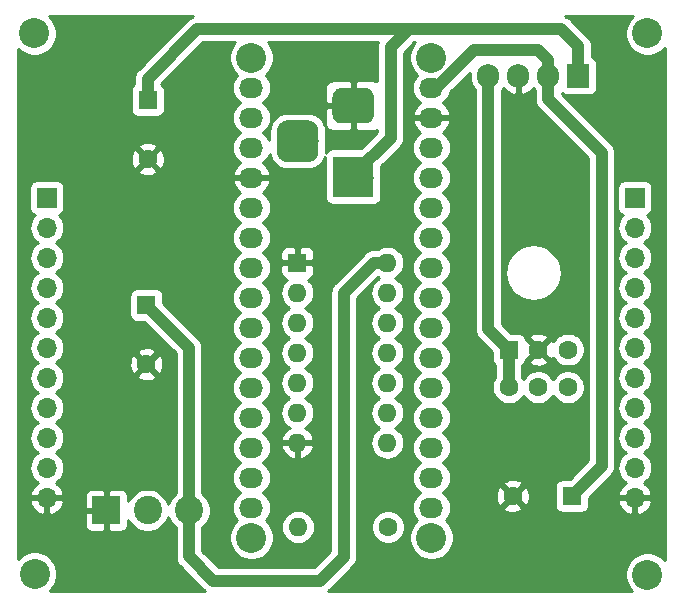
<source format=gbr>
G04 #@! TF.GenerationSoftware,KiCad,Pcbnew,(5.1.4)-1*
G04 #@! TF.CreationDate,2020-01-24T10:01:53+01:00*
G04 #@! TF.ProjectId,PCB_NeoPixel,5043425f-4e65-46f5-9069-78656c2e6b69,rev?*
G04 #@! TF.SameCoordinates,Original*
G04 #@! TF.FileFunction,Copper,L2,Bot*
G04 #@! TF.FilePolarity,Positive*
%FSLAX46Y46*%
G04 Gerber Fmt 4.6, Leading zero omitted, Abs format (unit mm)*
G04 Created by KiCad (PCBNEW (5.1.4)-1) date 2020-01-24 10:01:53*
%MOMM*%
%LPD*%
G04 APERTURE LIST*
%ADD10O,1.700000X1.700000*%
%ADD11R,1.700000X1.700000*%
%ADD12O,1.600000X1.600000*%
%ADD13R,1.600000X1.600000*%
%ADD14C,1.600000*%
%ADD15C,2.540000*%
%ADD16O,1.905000X2.000000*%
%ADD17R,1.905000X2.000000*%
%ADD18C,0.100000*%
%ADD19C,3.500000*%
%ADD20C,3.000000*%
%ADD21R,3.500000X3.500000*%
%ADD22C,2.400000*%
%ADD23R,2.400000X2.400000*%
%ADD24O,2.032000X1.727200*%
%ADD25C,0.600000*%
%ADD26C,1.000000*%
%ADD27C,0.500000*%
%ADD28C,0.254000*%
G04 APERTURE END LIST*
D10*
X122123200Y-105968800D03*
X122123200Y-103428800D03*
X122123200Y-100888800D03*
X122123200Y-98348800D03*
X122123200Y-95808800D03*
X122123200Y-93268800D03*
X122123200Y-90728800D03*
X122123200Y-88188800D03*
X122123200Y-85648800D03*
X122123200Y-83108800D03*
D11*
X122123200Y-80568800D03*
D10*
X171907200Y-105968800D03*
X171907200Y-103428800D03*
X171907200Y-100888800D03*
X171907200Y-98348800D03*
X171907200Y-95808800D03*
X171907200Y-93268800D03*
X171907200Y-90728800D03*
X171907200Y-88188800D03*
X171907200Y-85648800D03*
X171907200Y-83108800D03*
D11*
X171907200Y-80568800D03*
D12*
X150952200Y-86067900D03*
X143332200Y-101307900D03*
X150952200Y-88607900D03*
X143332200Y-98767900D03*
X150952200Y-91147900D03*
X143332200Y-96227900D03*
X150952200Y-93687900D03*
X143332200Y-93687900D03*
X150952200Y-96227900D03*
X143332200Y-91147900D03*
X150952200Y-98767900D03*
X143332200Y-88607900D03*
X150952200Y-101307900D03*
D13*
X143332200Y-86067900D03*
D14*
X166228400Y-96621200D03*
X163728400Y-96621200D03*
X161228400Y-96621200D03*
X166228400Y-93421200D03*
X163728400Y-93421200D03*
D13*
X161228400Y-93421200D03*
D15*
X172974000Y-66649600D03*
X121056400Y-66649600D03*
X172974000Y-112471200D03*
X121107200Y-112420400D03*
D16*
X159512000Y-70243700D03*
X162052000Y-70243700D03*
X164592000Y-70243700D03*
D17*
X167132000Y-70243700D03*
D12*
X143383000Y-108445300D03*
D14*
X151003000Y-108445300D03*
D18*
G36*
X144317365Y-74025213D02*
G01*
X144402304Y-74037813D01*
X144485599Y-74058677D01*
X144566448Y-74087605D01*
X144644072Y-74124319D01*
X144717724Y-74168464D01*
X144786694Y-74219616D01*
X144850318Y-74277282D01*
X144907984Y-74340906D01*
X144959136Y-74409876D01*
X145003281Y-74483528D01*
X145039995Y-74561152D01*
X145068923Y-74642001D01*
X145089787Y-74725296D01*
X145102387Y-74810235D01*
X145106600Y-74896000D01*
X145106600Y-76646000D01*
X145102387Y-76731765D01*
X145089787Y-76816704D01*
X145068923Y-76899999D01*
X145039995Y-76980848D01*
X145003281Y-77058472D01*
X144959136Y-77132124D01*
X144907984Y-77201094D01*
X144850318Y-77264718D01*
X144786694Y-77322384D01*
X144717724Y-77373536D01*
X144644072Y-77417681D01*
X144566448Y-77454395D01*
X144485599Y-77483323D01*
X144402304Y-77504187D01*
X144317365Y-77516787D01*
X144231600Y-77521000D01*
X142481600Y-77521000D01*
X142395835Y-77516787D01*
X142310896Y-77504187D01*
X142227601Y-77483323D01*
X142146752Y-77454395D01*
X142069128Y-77417681D01*
X141995476Y-77373536D01*
X141926506Y-77322384D01*
X141862882Y-77264718D01*
X141805216Y-77201094D01*
X141754064Y-77132124D01*
X141709919Y-77058472D01*
X141673205Y-76980848D01*
X141644277Y-76899999D01*
X141623413Y-76816704D01*
X141610813Y-76731765D01*
X141606600Y-76646000D01*
X141606600Y-74896000D01*
X141610813Y-74810235D01*
X141623413Y-74725296D01*
X141644277Y-74642001D01*
X141673205Y-74561152D01*
X141709919Y-74483528D01*
X141754064Y-74409876D01*
X141805216Y-74340906D01*
X141862882Y-74277282D01*
X141926506Y-74219616D01*
X141995476Y-74168464D01*
X142069128Y-74124319D01*
X142146752Y-74087605D01*
X142227601Y-74058677D01*
X142310896Y-74037813D01*
X142395835Y-74025213D01*
X142481600Y-74021000D01*
X144231600Y-74021000D01*
X144317365Y-74025213D01*
X144317365Y-74025213D01*
G37*
D19*
X143356600Y-75771000D03*
D18*
G36*
X149130113Y-71274611D02*
G01*
X149202918Y-71285411D01*
X149274314Y-71303295D01*
X149343613Y-71328090D01*
X149410148Y-71359559D01*
X149473278Y-71397398D01*
X149532395Y-71441242D01*
X149586930Y-71490670D01*
X149636358Y-71545205D01*
X149680202Y-71604322D01*
X149718041Y-71667452D01*
X149749510Y-71733987D01*
X149774305Y-71803286D01*
X149792189Y-71874682D01*
X149802989Y-71947487D01*
X149806600Y-72021000D01*
X149806600Y-73521000D01*
X149802989Y-73594513D01*
X149792189Y-73667318D01*
X149774305Y-73738714D01*
X149749510Y-73808013D01*
X149718041Y-73874548D01*
X149680202Y-73937678D01*
X149636358Y-73996795D01*
X149586930Y-74051330D01*
X149532395Y-74100758D01*
X149473278Y-74144602D01*
X149410148Y-74182441D01*
X149343613Y-74213910D01*
X149274314Y-74238705D01*
X149202918Y-74256589D01*
X149130113Y-74267389D01*
X149056600Y-74271000D01*
X147056600Y-74271000D01*
X146983087Y-74267389D01*
X146910282Y-74256589D01*
X146838886Y-74238705D01*
X146769587Y-74213910D01*
X146703052Y-74182441D01*
X146639922Y-74144602D01*
X146580805Y-74100758D01*
X146526270Y-74051330D01*
X146476842Y-73996795D01*
X146432998Y-73937678D01*
X146395159Y-73874548D01*
X146363690Y-73808013D01*
X146338895Y-73738714D01*
X146321011Y-73667318D01*
X146310211Y-73594513D01*
X146306600Y-73521000D01*
X146306600Y-72021000D01*
X146310211Y-71947487D01*
X146321011Y-71874682D01*
X146338895Y-71803286D01*
X146363690Y-71733987D01*
X146395159Y-71667452D01*
X146432998Y-71604322D01*
X146476842Y-71545205D01*
X146526270Y-71490670D01*
X146580805Y-71441242D01*
X146639922Y-71397398D01*
X146703052Y-71359559D01*
X146769587Y-71328090D01*
X146838886Y-71303295D01*
X146910282Y-71285411D01*
X146983087Y-71274611D01*
X147056600Y-71271000D01*
X149056600Y-71271000D01*
X149130113Y-71274611D01*
X149130113Y-71274611D01*
G37*
D20*
X148056600Y-72771000D03*
D21*
X148056600Y-78771000D03*
D22*
X134152400Y-107035600D03*
X130652400Y-107035600D03*
D23*
X127152400Y-107035600D03*
D13*
X130657600Y-72288400D03*
D14*
X130657600Y-77288400D03*
X161573200Y-105816400D03*
D13*
X166573200Y-105816400D03*
D14*
X130556000Y-94662000D03*
D13*
X130556000Y-89662000D03*
D24*
X139446000Y-71247000D03*
X139446000Y-73787000D03*
X139446000Y-76327000D03*
X139446000Y-78867000D03*
X139446000Y-81407000D03*
X139446000Y-83947000D03*
X139446000Y-86487000D03*
X139446000Y-89027000D03*
X139446000Y-91567000D03*
X139446000Y-94107000D03*
X139446000Y-96647000D03*
X139446000Y-99187000D03*
X139446000Y-101727000D03*
X139446000Y-104267000D03*
X139446000Y-106807000D03*
X154686000Y-71247000D03*
X154686000Y-73787000D03*
X154686000Y-76327000D03*
X154686000Y-78867000D03*
X154686000Y-81407000D03*
X154686000Y-83947000D03*
X154686000Y-86487000D03*
X154686000Y-89027000D03*
X154686000Y-91567000D03*
X154686000Y-94107000D03*
X154686000Y-96647000D03*
X154686000Y-99187000D03*
X154686000Y-101727000D03*
X154686000Y-104267000D03*
X154686000Y-106807000D03*
D15*
X139446000Y-68707000D03*
X139446000Y-109347000D03*
X154686000Y-109347000D03*
X154686000Y-68707000D03*
D25*
X145453100Y-82880200D03*
X164058600Y-74853800D03*
X145262600Y-68389500D03*
D26*
X155061602Y-71247000D02*
X154686000Y-71247000D01*
X158287402Y-68021200D02*
X155061602Y-71247000D01*
X163728400Y-68021200D02*
X158287402Y-68021200D01*
X164592000Y-68884800D02*
X163728400Y-68021200D01*
X164592000Y-70243700D02*
X164592000Y-68884800D01*
X169113200Y-103276400D02*
X166573200Y-105816400D01*
X169113200Y-76764900D02*
X169113200Y-103276400D01*
X164592000Y-70243700D02*
X164592000Y-72243700D01*
X164592000Y-72243700D02*
X169113200Y-76764900D01*
X134152400Y-93258400D02*
X130556000Y-89662000D01*
X134152400Y-107035600D02*
X134152400Y-93258400D01*
X134152400Y-108732656D02*
X134152400Y-107035600D01*
X134152400Y-110936800D02*
X134152400Y-108732656D01*
X149820830Y-86067900D02*
X147269200Y-88619530D01*
X150952200Y-86067900D02*
X149820830Y-86067900D01*
X147269200Y-88619530D02*
X147269200Y-110947200D01*
X147269200Y-110947200D02*
X145237200Y-112979200D01*
X145237200Y-112979200D02*
X136194800Y-112979200D01*
X136194800Y-112979200D02*
X134152400Y-110936800D01*
X167132000Y-67741800D02*
X167132000Y-70243700D01*
X165671500Y-66281300D02*
X167132000Y-67741800D01*
X151231600Y-67818000D02*
X152768300Y-66281300D01*
X152768300Y-66281300D02*
X153454100Y-66281300D01*
X153454100Y-66281300D02*
X165671500Y-66281300D01*
X151231600Y-67818000D02*
X151231600Y-75501500D01*
X151231600Y-75501500D02*
X148158200Y-78574900D01*
D27*
X149555200Y-78892400D02*
X147305200Y-78892400D01*
D26*
X130657600Y-70488400D02*
X130657600Y-72288400D01*
X134864700Y-66281300D02*
X130657600Y-70488400D01*
X153454100Y-66281300D02*
X134864700Y-66281300D01*
X159512000Y-91704800D02*
X161228400Y-93421200D01*
X159512000Y-70243700D02*
X159512000Y-91704800D01*
X161228400Y-93421200D02*
X161228400Y-96621200D01*
D28*
G36*
X134428253Y-65227624D02*
G01*
X134231077Y-65333016D01*
X134058251Y-65474851D01*
X134022709Y-65518159D01*
X129894465Y-69646404D01*
X129851151Y-69681951D01*
X129709316Y-69854777D01*
X129603925Y-70051953D01*
X129603924Y-70051954D01*
X129539023Y-70265902D01*
X129517109Y-70488400D01*
X129522600Y-70544151D01*
X129522600Y-70947443D01*
X129503106Y-70957863D01*
X129406415Y-71037215D01*
X129327063Y-71133906D01*
X129268098Y-71244220D01*
X129231788Y-71363918D01*
X129219528Y-71488400D01*
X129219528Y-73088400D01*
X129231788Y-73212882D01*
X129268098Y-73332580D01*
X129327063Y-73442894D01*
X129406415Y-73539585D01*
X129503106Y-73618937D01*
X129613420Y-73677902D01*
X129733118Y-73714212D01*
X129857600Y-73726472D01*
X131457600Y-73726472D01*
X131582082Y-73714212D01*
X131701780Y-73677902D01*
X131812094Y-73618937D01*
X131908785Y-73539585D01*
X131988137Y-73442894D01*
X132047102Y-73332580D01*
X132083412Y-73212882D01*
X132095672Y-73088400D01*
X132095672Y-71488400D01*
X132083412Y-71363918D01*
X132047102Y-71244220D01*
X131988137Y-71133906D01*
X131908785Y-71037215D01*
X131812094Y-70957863D01*
X131799826Y-70951305D01*
X135334832Y-67416300D01*
X138042624Y-67416300D01*
X137966290Y-67492634D01*
X137757811Y-67804644D01*
X137614209Y-68151332D01*
X137541000Y-68519374D01*
X137541000Y-68894626D01*
X137614209Y-69262668D01*
X137757811Y-69609356D01*
X137966290Y-69921366D01*
X138228048Y-70183124D01*
X138041531Y-70410394D01*
X137902375Y-70670736D01*
X137816684Y-70953223D01*
X137787749Y-71247000D01*
X137816684Y-71540777D01*
X137902375Y-71823264D01*
X138041531Y-72083606D01*
X138228803Y-72311797D01*
X138456994Y-72499069D01*
X138490540Y-72517000D01*
X138456994Y-72534931D01*
X138228803Y-72722203D01*
X138041531Y-72950394D01*
X137902375Y-73210736D01*
X137816684Y-73493223D01*
X137787749Y-73787000D01*
X137816684Y-74080777D01*
X137902375Y-74363264D01*
X138041531Y-74623606D01*
X138228803Y-74851797D01*
X138456994Y-75039069D01*
X138490540Y-75057000D01*
X138456994Y-75074931D01*
X138228803Y-75262203D01*
X138041531Y-75490394D01*
X137902375Y-75750736D01*
X137816684Y-76033223D01*
X137787749Y-76327000D01*
X137816684Y-76620777D01*
X137902375Y-76903264D01*
X138041531Y-77163606D01*
X138228803Y-77391797D01*
X138456994Y-77579069D01*
X138496947Y-77600424D01*
X138294271Y-77748514D01*
X138095267Y-77964965D01*
X137942314Y-78216081D01*
X137841291Y-78492211D01*
X137838642Y-78507974D01*
X137959783Y-78740000D01*
X139319000Y-78740000D01*
X139319000Y-78720000D01*
X139573000Y-78720000D01*
X139573000Y-78740000D01*
X140932217Y-78740000D01*
X141053358Y-78507974D01*
X141050709Y-78492211D01*
X140949686Y-78216081D01*
X140796733Y-77964965D01*
X140597729Y-77748514D01*
X140395053Y-77600424D01*
X140435006Y-77579069D01*
X140663197Y-77391797D01*
X140850469Y-77163606D01*
X140989625Y-76903264D01*
X140992827Y-76892710D01*
X140997601Y-76941186D01*
X141083704Y-77225028D01*
X141223527Y-77486618D01*
X141411697Y-77715903D01*
X141640982Y-77904073D01*
X141902572Y-78043896D01*
X142186414Y-78129999D01*
X142481600Y-78159072D01*
X144231600Y-78159072D01*
X144526786Y-78129999D01*
X144810628Y-78043896D01*
X145072218Y-77904073D01*
X145301503Y-77715903D01*
X145489673Y-77486618D01*
X145629496Y-77225028D01*
X145668528Y-77096357D01*
X145668528Y-80521000D01*
X145680788Y-80645482D01*
X145717098Y-80765180D01*
X145776063Y-80875494D01*
X145855415Y-80972185D01*
X145952106Y-81051537D01*
X146062420Y-81110502D01*
X146182118Y-81146812D01*
X146306600Y-81159072D01*
X149806600Y-81159072D01*
X149931082Y-81146812D01*
X150050780Y-81110502D01*
X150161094Y-81051537D01*
X150257785Y-80972185D01*
X150337137Y-80875494D01*
X150396102Y-80765180D01*
X150432412Y-80645482D01*
X150444672Y-80521000D01*
X150444672Y-77893559D01*
X151994741Y-76343491D01*
X152038049Y-76307949D01*
X152179884Y-76135123D01*
X152285276Y-75937947D01*
X152350177Y-75723999D01*
X152366600Y-75557252D01*
X152372091Y-75501500D01*
X152366600Y-75445749D01*
X152366600Y-68288131D01*
X153238432Y-67416300D01*
X153282624Y-67416300D01*
X153206290Y-67492634D01*
X152997811Y-67804644D01*
X152854209Y-68151332D01*
X152781000Y-68519374D01*
X152781000Y-68894626D01*
X152854209Y-69262668D01*
X152997811Y-69609356D01*
X153206290Y-69921366D01*
X153468048Y-70183124D01*
X153281531Y-70410394D01*
X153142375Y-70670736D01*
X153056684Y-70953223D01*
X153027749Y-71247000D01*
X153056684Y-71540777D01*
X153142375Y-71823264D01*
X153281531Y-72083606D01*
X153468803Y-72311797D01*
X153696994Y-72499069D01*
X153736947Y-72520424D01*
X153534271Y-72668514D01*
X153335267Y-72884965D01*
X153182314Y-73136081D01*
X153081291Y-73412211D01*
X153078642Y-73427974D01*
X153199783Y-73660000D01*
X154559000Y-73660000D01*
X154559000Y-73640000D01*
X154813000Y-73640000D01*
X154813000Y-73660000D01*
X156172217Y-73660000D01*
X156293358Y-73427974D01*
X156290709Y-73412211D01*
X156189686Y-73136081D01*
X156036733Y-72884965D01*
X155837729Y-72668514D01*
X155635053Y-72520424D01*
X155675006Y-72499069D01*
X155903197Y-72311797D01*
X156090469Y-72083606D01*
X156229625Y-71823264D01*
X156290218Y-71623515D01*
X157938591Y-69975142D01*
X157924500Y-70118214D01*
X157924500Y-70369185D01*
X157947470Y-70602403D01*
X158038245Y-70901648D01*
X158185655Y-71177434D01*
X158377000Y-71410588D01*
X158377001Y-91649038D01*
X158371509Y-91704800D01*
X158393423Y-91927298D01*
X158458324Y-92141246D01*
X158485620Y-92192313D01*
X158563717Y-92338423D01*
X158705552Y-92511249D01*
X158748860Y-92546791D01*
X159790328Y-93588260D01*
X159790328Y-94221200D01*
X159802588Y-94345682D01*
X159838898Y-94465380D01*
X159897863Y-94575694D01*
X159977215Y-94672385D01*
X160073906Y-94751737D01*
X160093400Y-94762157D01*
X160093401Y-95736915D01*
X159956720Y-95941473D01*
X159848547Y-96202626D01*
X159793400Y-96479865D01*
X159793400Y-96762535D01*
X159848547Y-97039774D01*
X159956720Y-97300927D01*
X160113763Y-97535959D01*
X160313641Y-97735837D01*
X160548673Y-97892880D01*
X160809826Y-98001053D01*
X161087065Y-98056200D01*
X161369735Y-98056200D01*
X161646974Y-98001053D01*
X161908127Y-97892880D01*
X162143159Y-97735837D01*
X162343037Y-97535959D01*
X162478400Y-97333373D01*
X162613763Y-97535959D01*
X162813641Y-97735837D01*
X163048673Y-97892880D01*
X163309826Y-98001053D01*
X163587065Y-98056200D01*
X163869735Y-98056200D01*
X164146974Y-98001053D01*
X164408127Y-97892880D01*
X164643159Y-97735837D01*
X164843037Y-97535959D01*
X164978400Y-97333373D01*
X165113763Y-97535959D01*
X165313641Y-97735837D01*
X165548673Y-97892880D01*
X165809826Y-98001053D01*
X166087065Y-98056200D01*
X166369735Y-98056200D01*
X166646974Y-98001053D01*
X166908127Y-97892880D01*
X167143159Y-97735837D01*
X167343037Y-97535959D01*
X167500080Y-97300927D01*
X167608253Y-97039774D01*
X167663400Y-96762535D01*
X167663400Y-96479865D01*
X167608253Y-96202626D01*
X167500080Y-95941473D01*
X167343037Y-95706441D01*
X167143159Y-95506563D01*
X166908127Y-95349520D01*
X166646974Y-95241347D01*
X166369735Y-95186200D01*
X166087065Y-95186200D01*
X165809826Y-95241347D01*
X165548673Y-95349520D01*
X165313641Y-95506563D01*
X165113763Y-95706441D01*
X164978400Y-95909027D01*
X164843037Y-95706441D01*
X164643159Y-95506563D01*
X164408127Y-95349520D01*
X164146974Y-95241347D01*
X163869735Y-95186200D01*
X163587065Y-95186200D01*
X163309826Y-95241347D01*
X163048673Y-95349520D01*
X162813641Y-95506563D01*
X162613763Y-95706441D01*
X162478400Y-95909027D01*
X162363400Y-95736916D01*
X162363400Y-94762157D01*
X162382894Y-94751737D01*
X162479585Y-94672385D01*
X162558937Y-94575694D01*
X162617902Y-94465380D01*
X162633517Y-94413902D01*
X162915303Y-94413902D01*
X162986886Y-94657871D01*
X163242396Y-94778771D01*
X163516584Y-94847500D01*
X163798912Y-94861417D01*
X164078530Y-94819987D01*
X164344692Y-94724803D01*
X164469914Y-94657871D01*
X164541497Y-94413902D01*
X163728400Y-93600805D01*
X162915303Y-94413902D01*
X162633517Y-94413902D01*
X162654212Y-94345682D01*
X162666472Y-94221200D01*
X162666472Y-94213985D01*
X162735698Y-94234297D01*
X163548795Y-93421200D01*
X163908005Y-93421200D01*
X164721102Y-94234297D01*
X164965071Y-94162714D01*
X164978724Y-94133859D01*
X165113763Y-94335959D01*
X165313641Y-94535837D01*
X165548673Y-94692880D01*
X165809826Y-94801053D01*
X166087065Y-94856200D01*
X166369735Y-94856200D01*
X166646974Y-94801053D01*
X166908127Y-94692880D01*
X167143159Y-94535837D01*
X167343037Y-94335959D01*
X167500080Y-94100927D01*
X167608253Y-93839774D01*
X167663400Y-93562535D01*
X167663400Y-93279865D01*
X167608253Y-93002626D01*
X167500080Y-92741473D01*
X167343037Y-92506441D01*
X167143159Y-92306563D01*
X166908127Y-92149520D01*
X166646974Y-92041347D01*
X166369735Y-91986200D01*
X166087065Y-91986200D01*
X165809826Y-92041347D01*
X165548673Y-92149520D01*
X165313641Y-92306563D01*
X165113763Y-92506441D01*
X164979708Y-92707069D01*
X164965071Y-92679686D01*
X164721102Y-92608103D01*
X163908005Y-93421200D01*
X163548795Y-93421200D01*
X162735698Y-92608103D01*
X162666472Y-92628415D01*
X162666472Y-92621200D01*
X162654212Y-92496718D01*
X162633518Y-92428498D01*
X162915303Y-92428498D01*
X163728400Y-93241595D01*
X164541497Y-92428498D01*
X164469914Y-92184529D01*
X164214404Y-92063629D01*
X163940216Y-91994900D01*
X163657888Y-91980983D01*
X163378270Y-92022413D01*
X163112108Y-92117597D01*
X162986886Y-92184529D01*
X162915303Y-92428498D01*
X162633518Y-92428498D01*
X162617902Y-92377020D01*
X162558937Y-92266706D01*
X162479585Y-92170015D01*
X162382894Y-92090663D01*
X162272580Y-92031698D01*
X162152882Y-91995388D01*
X162028400Y-91983128D01*
X161395460Y-91983128D01*
X160647000Y-91234669D01*
X160647000Y-86903700D01*
X160925461Y-86903700D01*
X160971510Y-87371242D01*
X161107887Y-87820816D01*
X161329351Y-88235146D01*
X161627391Y-88598309D01*
X161990554Y-88896349D01*
X162404884Y-89117813D01*
X162854458Y-89254190D01*
X163204843Y-89288700D01*
X163439157Y-89288700D01*
X163789542Y-89254190D01*
X164239116Y-89117813D01*
X164653446Y-88896349D01*
X165016609Y-88598309D01*
X165314649Y-88235146D01*
X165536113Y-87820816D01*
X165672490Y-87371242D01*
X165718539Y-86903700D01*
X165672490Y-86436158D01*
X165536113Y-85986584D01*
X165314649Y-85572254D01*
X165016609Y-85209091D01*
X164653446Y-84911051D01*
X164239116Y-84689587D01*
X163789542Y-84553210D01*
X163439157Y-84518700D01*
X163204843Y-84518700D01*
X162854458Y-84553210D01*
X162404884Y-84689587D01*
X161990554Y-84911051D01*
X161627391Y-85209091D01*
X161329351Y-85572254D01*
X161107887Y-85986584D01*
X160971510Y-86436158D01*
X160925461Y-86903700D01*
X160647000Y-86903700D01*
X160647000Y-71410588D01*
X160787163Y-71239801D01*
X160942563Y-71425015D01*
X161185077Y-71619669D01*
X161460906Y-71763271D01*
X161679020Y-71834263D01*
X161925000Y-71714294D01*
X161925000Y-70370700D01*
X161905000Y-70370700D01*
X161905000Y-70116700D01*
X161925000Y-70116700D01*
X161925000Y-70096700D01*
X162179000Y-70096700D01*
X162179000Y-70116700D01*
X162199000Y-70116700D01*
X162199000Y-70370700D01*
X162179000Y-70370700D01*
X162179000Y-71714294D01*
X162424980Y-71834263D01*
X162643094Y-71763271D01*
X162918923Y-71619669D01*
X163161437Y-71425015D01*
X163316838Y-71239800D01*
X163457001Y-71410589D01*
X163457001Y-72187939D01*
X163451509Y-72243700D01*
X163473423Y-72466198D01*
X163538324Y-72680146D01*
X163538325Y-72680147D01*
X163643717Y-72877323D01*
X163785552Y-73050149D01*
X163828860Y-73085691D01*
X167978200Y-77235032D01*
X167978201Y-102806267D01*
X166406141Y-104378328D01*
X165773200Y-104378328D01*
X165648718Y-104390588D01*
X165529020Y-104426898D01*
X165418706Y-104485863D01*
X165322015Y-104565215D01*
X165242663Y-104661906D01*
X165183698Y-104772220D01*
X165147388Y-104891918D01*
X165135128Y-105016400D01*
X165135128Y-106616400D01*
X165147388Y-106740882D01*
X165183698Y-106860580D01*
X165242663Y-106970894D01*
X165322015Y-107067585D01*
X165418706Y-107146937D01*
X165529020Y-107205902D01*
X165648718Y-107242212D01*
X165773200Y-107254472D01*
X167373200Y-107254472D01*
X167497682Y-107242212D01*
X167617380Y-107205902D01*
X167727694Y-107146937D01*
X167824385Y-107067585D01*
X167903737Y-106970894D01*
X167962702Y-106860580D01*
X167999012Y-106740882D01*
X168011272Y-106616400D01*
X168011272Y-106325690D01*
X170465724Y-106325690D01*
X170510375Y-106472899D01*
X170635559Y-106735720D01*
X170809612Y-106969069D01*
X171025845Y-107163978D01*
X171275948Y-107312957D01*
X171550309Y-107410281D01*
X171780200Y-107289614D01*
X171780200Y-106095800D01*
X172034200Y-106095800D01*
X172034200Y-107289614D01*
X172264091Y-107410281D01*
X172538452Y-107312957D01*
X172788555Y-107163978D01*
X173004788Y-106969069D01*
X173178841Y-106735720D01*
X173304025Y-106472899D01*
X173348676Y-106325690D01*
X173227355Y-106095800D01*
X172034200Y-106095800D01*
X171780200Y-106095800D01*
X170587045Y-106095800D01*
X170465724Y-106325690D01*
X168011272Y-106325690D01*
X168011272Y-105983459D01*
X169876341Y-104118391D01*
X169919649Y-104082849D01*
X170061484Y-103910023D01*
X170166876Y-103712847D01*
X170231777Y-103498899D01*
X170248200Y-103332152D01*
X170248200Y-103332143D01*
X170253690Y-103276401D01*
X170248200Y-103220659D01*
X170248200Y-83108800D01*
X170415015Y-83108800D01*
X170443687Y-83399911D01*
X170528601Y-83679834D01*
X170666494Y-83937814D01*
X170852066Y-84163934D01*
X171078186Y-84349506D01*
X171132991Y-84378800D01*
X171078186Y-84408094D01*
X170852066Y-84593666D01*
X170666494Y-84819786D01*
X170528601Y-85077766D01*
X170443687Y-85357689D01*
X170415015Y-85648800D01*
X170443687Y-85939911D01*
X170528601Y-86219834D01*
X170666494Y-86477814D01*
X170852066Y-86703934D01*
X171078186Y-86889506D01*
X171132991Y-86918800D01*
X171078186Y-86948094D01*
X170852066Y-87133666D01*
X170666494Y-87359786D01*
X170528601Y-87617766D01*
X170443687Y-87897689D01*
X170415015Y-88188800D01*
X170443687Y-88479911D01*
X170528601Y-88759834D01*
X170666494Y-89017814D01*
X170852066Y-89243934D01*
X171078186Y-89429506D01*
X171132991Y-89458800D01*
X171078186Y-89488094D01*
X170852066Y-89673666D01*
X170666494Y-89899786D01*
X170528601Y-90157766D01*
X170443687Y-90437689D01*
X170415015Y-90728800D01*
X170443687Y-91019911D01*
X170528601Y-91299834D01*
X170666494Y-91557814D01*
X170852066Y-91783934D01*
X171078186Y-91969506D01*
X171132991Y-91998800D01*
X171078186Y-92028094D01*
X170852066Y-92213666D01*
X170666494Y-92439786D01*
X170528601Y-92697766D01*
X170443687Y-92977689D01*
X170415015Y-93268800D01*
X170443687Y-93559911D01*
X170528601Y-93839834D01*
X170666494Y-94097814D01*
X170852066Y-94323934D01*
X171078186Y-94509506D01*
X171132991Y-94538800D01*
X171078186Y-94568094D01*
X170852066Y-94753666D01*
X170666494Y-94979786D01*
X170528601Y-95237766D01*
X170443687Y-95517689D01*
X170415015Y-95808800D01*
X170443687Y-96099911D01*
X170528601Y-96379834D01*
X170666494Y-96637814D01*
X170852066Y-96863934D01*
X171078186Y-97049506D01*
X171132991Y-97078800D01*
X171078186Y-97108094D01*
X170852066Y-97293666D01*
X170666494Y-97519786D01*
X170528601Y-97777766D01*
X170443687Y-98057689D01*
X170415015Y-98348800D01*
X170443687Y-98639911D01*
X170528601Y-98919834D01*
X170666494Y-99177814D01*
X170852066Y-99403934D01*
X171078186Y-99589506D01*
X171132991Y-99618800D01*
X171078186Y-99648094D01*
X170852066Y-99833666D01*
X170666494Y-100059786D01*
X170528601Y-100317766D01*
X170443687Y-100597689D01*
X170415015Y-100888800D01*
X170443687Y-101179911D01*
X170528601Y-101459834D01*
X170666494Y-101717814D01*
X170852066Y-101943934D01*
X171078186Y-102129506D01*
X171132991Y-102158800D01*
X171078186Y-102188094D01*
X170852066Y-102373666D01*
X170666494Y-102599786D01*
X170528601Y-102857766D01*
X170443687Y-103137689D01*
X170415015Y-103428800D01*
X170443687Y-103719911D01*
X170528601Y-103999834D01*
X170666494Y-104257814D01*
X170852066Y-104483934D01*
X171078186Y-104669506D01*
X171142723Y-104704001D01*
X171025845Y-104773622D01*
X170809612Y-104968531D01*
X170635559Y-105201880D01*
X170510375Y-105464701D01*
X170465724Y-105611910D01*
X170587045Y-105841800D01*
X171780200Y-105841800D01*
X171780200Y-105821800D01*
X172034200Y-105821800D01*
X172034200Y-105841800D01*
X173227355Y-105841800D01*
X173348676Y-105611910D01*
X173304025Y-105464701D01*
X173178841Y-105201880D01*
X173004788Y-104968531D01*
X172788555Y-104773622D01*
X172671677Y-104704001D01*
X172736214Y-104669506D01*
X172962334Y-104483934D01*
X173147906Y-104257814D01*
X173285799Y-103999834D01*
X173370713Y-103719911D01*
X173399385Y-103428800D01*
X173370713Y-103137689D01*
X173285799Y-102857766D01*
X173147906Y-102599786D01*
X172962334Y-102373666D01*
X172736214Y-102188094D01*
X172681409Y-102158800D01*
X172736214Y-102129506D01*
X172962334Y-101943934D01*
X173147906Y-101717814D01*
X173285799Y-101459834D01*
X173370713Y-101179911D01*
X173399385Y-100888800D01*
X173370713Y-100597689D01*
X173285799Y-100317766D01*
X173147906Y-100059786D01*
X172962334Y-99833666D01*
X172736214Y-99648094D01*
X172681409Y-99618800D01*
X172736214Y-99589506D01*
X172962334Y-99403934D01*
X173147906Y-99177814D01*
X173285799Y-98919834D01*
X173370713Y-98639911D01*
X173399385Y-98348800D01*
X173370713Y-98057689D01*
X173285799Y-97777766D01*
X173147906Y-97519786D01*
X172962334Y-97293666D01*
X172736214Y-97108094D01*
X172681409Y-97078800D01*
X172736214Y-97049506D01*
X172962334Y-96863934D01*
X173147906Y-96637814D01*
X173285799Y-96379834D01*
X173370713Y-96099911D01*
X173399385Y-95808800D01*
X173370713Y-95517689D01*
X173285799Y-95237766D01*
X173147906Y-94979786D01*
X172962334Y-94753666D01*
X172736214Y-94568094D01*
X172681409Y-94538800D01*
X172736214Y-94509506D01*
X172962334Y-94323934D01*
X173147906Y-94097814D01*
X173285799Y-93839834D01*
X173370713Y-93559911D01*
X173399385Y-93268800D01*
X173370713Y-92977689D01*
X173285799Y-92697766D01*
X173147906Y-92439786D01*
X172962334Y-92213666D01*
X172736214Y-92028094D01*
X172681409Y-91998800D01*
X172736214Y-91969506D01*
X172962334Y-91783934D01*
X173147906Y-91557814D01*
X173285799Y-91299834D01*
X173370713Y-91019911D01*
X173399385Y-90728800D01*
X173370713Y-90437689D01*
X173285799Y-90157766D01*
X173147906Y-89899786D01*
X172962334Y-89673666D01*
X172736214Y-89488094D01*
X172681409Y-89458800D01*
X172736214Y-89429506D01*
X172962334Y-89243934D01*
X173147906Y-89017814D01*
X173285799Y-88759834D01*
X173370713Y-88479911D01*
X173399385Y-88188800D01*
X173370713Y-87897689D01*
X173285799Y-87617766D01*
X173147906Y-87359786D01*
X172962334Y-87133666D01*
X172736214Y-86948094D01*
X172681409Y-86918800D01*
X172736214Y-86889506D01*
X172962334Y-86703934D01*
X173147906Y-86477814D01*
X173285799Y-86219834D01*
X173370713Y-85939911D01*
X173399385Y-85648800D01*
X173370713Y-85357689D01*
X173285799Y-85077766D01*
X173147906Y-84819786D01*
X172962334Y-84593666D01*
X172736214Y-84408094D01*
X172681409Y-84378800D01*
X172736214Y-84349506D01*
X172962334Y-84163934D01*
X173147906Y-83937814D01*
X173285799Y-83679834D01*
X173370713Y-83399911D01*
X173399385Y-83108800D01*
X173370713Y-82817689D01*
X173285799Y-82537766D01*
X173147906Y-82279786D01*
X172962334Y-82053666D01*
X172932513Y-82029193D01*
X173001380Y-82008302D01*
X173111694Y-81949337D01*
X173208385Y-81869985D01*
X173287737Y-81773294D01*
X173346702Y-81662980D01*
X173383012Y-81543282D01*
X173395272Y-81418800D01*
X173395272Y-79718800D01*
X173383012Y-79594318D01*
X173346702Y-79474620D01*
X173287737Y-79364306D01*
X173208385Y-79267615D01*
X173111694Y-79188263D01*
X173001380Y-79129298D01*
X172881682Y-79092988D01*
X172757200Y-79080728D01*
X171057200Y-79080728D01*
X170932718Y-79092988D01*
X170813020Y-79129298D01*
X170702706Y-79188263D01*
X170606015Y-79267615D01*
X170526663Y-79364306D01*
X170467698Y-79474620D01*
X170431388Y-79594318D01*
X170419128Y-79718800D01*
X170419128Y-81418800D01*
X170431388Y-81543282D01*
X170467698Y-81662980D01*
X170526663Y-81773294D01*
X170606015Y-81869985D01*
X170702706Y-81949337D01*
X170813020Y-82008302D01*
X170881887Y-82029193D01*
X170852066Y-82053666D01*
X170666494Y-82279786D01*
X170528601Y-82537766D01*
X170443687Y-82817689D01*
X170415015Y-83108800D01*
X170248200Y-83108800D01*
X170248200Y-76820641D01*
X170253690Y-76764899D01*
X170248200Y-76709157D01*
X170248200Y-76709148D01*
X170231777Y-76542401D01*
X170166876Y-76328453D01*
X170061484Y-76131277D01*
X169919649Y-75958451D01*
X169876341Y-75922909D01*
X165727000Y-71773569D01*
X165727000Y-71693283D01*
X165728315Y-71694885D01*
X165825006Y-71774237D01*
X165935320Y-71833202D01*
X166055018Y-71869512D01*
X166179500Y-71881772D01*
X168084500Y-71881772D01*
X168208982Y-71869512D01*
X168328680Y-71833202D01*
X168438994Y-71774237D01*
X168535685Y-71694885D01*
X168615037Y-71598194D01*
X168674002Y-71487880D01*
X168710312Y-71368182D01*
X168722572Y-71243700D01*
X168722572Y-69243700D01*
X168710312Y-69119218D01*
X168674002Y-68999520D01*
X168615037Y-68889206D01*
X168535685Y-68792515D01*
X168438994Y-68713163D01*
X168328680Y-68654198D01*
X168267000Y-68635488D01*
X168267000Y-67797551D01*
X168272491Y-67741800D01*
X168257024Y-67584754D01*
X168250577Y-67519301D01*
X168185676Y-67305353D01*
X168080284Y-67108177D01*
X167938449Y-66935351D01*
X167895140Y-66899808D01*
X166513496Y-65518165D01*
X166477949Y-65474851D01*
X166305123Y-65333016D01*
X166107947Y-65227624D01*
X166020180Y-65201000D01*
X171728524Y-65201000D01*
X171494290Y-65435234D01*
X171285811Y-65747244D01*
X171142209Y-66093932D01*
X171069000Y-66461974D01*
X171069000Y-66837226D01*
X171142209Y-67205268D01*
X171285811Y-67551956D01*
X171494290Y-67863966D01*
X171759634Y-68129310D01*
X172071644Y-68337789D01*
X172418332Y-68481391D01*
X172786374Y-68554600D01*
X173161626Y-68554600D01*
X173529668Y-68481391D01*
X173876356Y-68337789D01*
X174188366Y-68129310D01*
X174422600Y-67895076D01*
X174422601Y-111225725D01*
X174188366Y-110991490D01*
X173876356Y-110783011D01*
X173529668Y-110639409D01*
X173161626Y-110566200D01*
X172786374Y-110566200D01*
X172418332Y-110639409D01*
X172071644Y-110783011D01*
X171759634Y-110991490D01*
X171494290Y-111256834D01*
X171285811Y-111568844D01*
X171142209Y-111915532D01*
X171069000Y-112283574D01*
X171069000Y-112658826D01*
X171142209Y-113026868D01*
X171285811Y-113373556D01*
X171494290Y-113685566D01*
X171677724Y-113869000D01*
X145942086Y-113869000D01*
X146043649Y-113785649D01*
X146079196Y-113742335D01*
X148032341Y-111789191D01*
X148075649Y-111753649D01*
X148217484Y-111580823D01*
X148322876Y-111383647D01*
X148387777Y-111169699D01*
X148404200Y-111002952D01*
X148409691Y-110947200D01*
X148404200Y-110891449D01*
X148404200Y-108303965D01*
X149568000Y-108303965D01*
X149568000Y-108586635D01*
X149623147Y-108863874D01*
X149731320Y-109125027D01*
X149888363Y-109360059D01*
X150088241Y-109559937D01*
X150323273Y-109716980D01*
X150584426Y-109825153D01*
X150861665Y-109880300D01*
X151144335Y-109880300D01*
X151421574Y-109825153D01*
X151682727Y-109716980D01*
X151917759Y-109559937D01*
X152117637Y-109360059D01*
X152251730Y-109159374D01*
X152781000Y-109159374D01*
X152781000Y-109534626D01*
X152854209Y-109902668D01*
X152997811Y-110249356D01*
X153206290Y-110561366D01*
X153471634Y-110826710D01*
X153783644Y-111035189D01*
X154130332Y-111178791D01*
X154498374Y-111252000D01*
X154873626Y-111252000D01*
X155241668Y-111178791D01*
X155588356Y-111035189D01*
X155900366Y-110826710D01*
X156165710Y-110561366D01*
X156374189Y-110249356D01*
X156517791Y-109902668D01*
X156591000Y-109534626D01*
X156591000Y-109159374D01*
X156517791Y-108791332D01*
X156374189Y-108444644D01*
X156165710Y-108132634D01*
X155903952Y-107870876D01*
X156090469Y-107643606D01*
X156229625Y-107383264D01*
X156315316Y-107100777D01*
X156344043Y-106809102D01*
X160760103Y-106809102D01*
X160831686Y-107053071D01*
X161087196Y-107173971D01*
X161361384Y-107242700D01*
X161643712Y-107256617D01*
X161923330Y-107215187D01*
X162189492Y-107120003D01*
X162314714Y-107053071D01*
X162386297Y-106809102D01*
X161573200Y-105996005D01*
X160760103Y-106809102D01*
X156344043Y-106809102D01*
X156344251Y-106807000D01*
X156315316Y-106513223D01*
X156229625Y-106230736D01*
X156090469Y-105970394D01*
X156021957Y-105886912D01*
X160132983Y-105886912D01*
X160174413Y-106166530D01*
X160269597Y-106432692D01*
X160336529Y-106557914D01*
X160580498Y-106629497D01*
X161393595Y-105816400D01*
X161752805Y-105816400D01*
X162565902Y-106629497D01*
X162809871Y-106557914D01*
X162930771Y-106302404D01*
X162999500Y-106028216D01*
X163013417Y-105745888D01*
X162971987Y-105466270D01*
X162876803Y-105200108D01*
X162809871Y-105074886D01*
X162565902Y-105003303D01*
X161752805Y-105816400D01*
X161393595Y-105816400D01*
X160580498Y-105003303D01*
X160336529Y-105074886D01*
X160215629Y-105330396D01*
X160146900Y-105604584D01*
X160132983Y-105886912D01*
X156021957Y-105886912D01*
X155903197Y-105742203D01*
X155675006Y-105554931D01*
X155641460Y-105537000D01*
X155675006Y-105519069D01*
X155903197Y-105331797D01*
X156090469Y-105103606D01*
X156229625Y-104843264D01*
X156235560Y-104823698D01*
X160760103Y-104823698D01*
X161573200Y-105636795D01*
X162386297Y-104823698D01*
X162314714Y-104579729D01*
X162059204Y-104458829D01*
X161785016Y-104390100D01*
X161502688Y-104376183D01*
X161223070Y-104417613D01*
X160956908Y-104512797D01*
X160831686Y-104579729D01*
X160760103Y-104823698D01*
X156235560Y-104823698D01*
X156315316Y-104560777D01*
X156344251Y-104267000D01*
X156315316Y-103973223D01*
X156229625Y-103690736D01*
X156090469Y-103430394D01*
X155903197Y-103202203D01*
X155675006Y-103014931D01*
X155641460Y-102997000D01*
X155675006Y-102979069D01*
X155903197Y-102791797D01*
X156090469Y-102563606D01*
X156229625Y-102303264D01*
X156315316Y-102020777D01*
X156344251Y-101727000D01*
X156315316Y-101433223D01*
X156229625Y-101150736D01*
X156090469Y-100890394D01*
X155903197Y-100662203D01*
X155675006Y-100474931D01*
X155641460Y-100457000D01*
X155675006Y-100439069D01*
X155903197Y-100251797D01*
X156090469Y-100023606D01*
X156229625Y-99763264D01*
X156315316Y-99480777D01*
X156344251Y-99187000D01*
X156315316Y-98893223D01*
X156229625Y-98610736D01*
X156090469Y-98350394D01*
X155903197Y-98122203D01*
X155675006Y-97934931D01*
X155641460Y-97917000D01*
X155675006Y-97899069D01*
X155903197Y-97711797D01*
X156090469Y-97483606D01*
X156229625Y-97223264D01*
X156315316Y-96940777D01*
X156344251Y-96647000D01*
X156315316Y-96353223D01*
X156229625Y-96070736D01*
X156090469Y-95810394D01*
X155903197Y-95582203D01*
X155675006Y-95394931D01*
X155641460Y-95377000D01*
X155675006Y-95359069D01*
X155903197Y-95171797D01*
X156090469Y-94943606D01*
X156229625Y-94683264D01*
X156315316Y-94400777D01*
X156344251Y-94107000D01*
X156315316Y-93813223D01*
X156229625Y-93530736D01*
X156090469Y-93270394D01*
X155903197Y-93042203D01*
X155675006Y-92854931D01*
X155641460Y-92837000D01*
X155675006Y-92819069D01*
X155903197Y-92631797D01*
X156090469Y-92403606D01*
X156229625Y-92143264D01*
X156315316Y-91860777D01*
X156344251Y-91567000D01*
X156315316Y-91273223D01*
X156229625Y-90990736D01*
X156090469Y-90730394D01*
X155903197Y-90502203D01*
X155675006Y-90314931D01*
X155641460Y-90297000D01*
X155675006Y-90279069D01*
X155903197Y-90091797D01*
X156090469Y-89863606D01*
X156229625Y-89603264D01*
X156315316Y-89320777D01*
X156344251Y-89027000D01*
X156315316Y-88733223D01*
X156229625Y-88450736D01*
X156090469Y-88190394D01*
X155903197Y-87962203D01*
X155675006Y-87774931D01*
X155641460Y-87757000D01*
X155675006Y-87739069D01*
X155903197Y-87551797D01*
X156090469Y-87323606D01*
X156229625Y-87063264D01*
X156315316Y-86780777D01*
X156344251Y-86487000D01*
X156315316Y-86193223D01*
X156229625Y-85910736D01*
X156090469Y-85650394D01*
X155903197Y-85422203D01*
X155675006Y-85234931D01*
X155641460Y-85217000D01*
X155675006Y-85199069D01*
X155903197Y-85011797D01*
X156090469Y-84783606D01*
X156229625Y-84523264D01*
X156315316Y-84240777D01*
X156344251Y-83947000D01*
X156315316Y-83653223D01*
X156229625Y-83370736D01*
X156090469Y-83110394D01*
X155903197Y-82882203D01*
X155675006Y-82694931D01*
X155641460Y-82677000D01*
X155675006Y-82659069D01*
X155903197Y-82471797D01*
X156090469Y-82243606D01*
X156229625Y-81983264D01*
X156315316Y-81700777D01*
X156344251Y-81407000D01*
X156315316Y-81113223D01*
X156229625Y-80830736D01*
X156090469Y-80570394D01*
X155903197Y-80342203D01*
X155675006Y-80154931D01*
X155641460Y-80137000D01*
X155675006Y-80119069D01*
X155903197Y-79931797D01*
X156090469Y-79703606D01*
X156229625Y-79443264D01*
X156315316Y-79160777D01*
X156344251Y-78867000D01*
X156315316Y-78573223D01*
X156229625Y-78290736D01*
X156090469Y-78030394D01*
X155903197Y-77802203D01*
X155675006Y-77614931D01*
X155641460Y-77597000D01*
X155675006Y-77579069D01*
X155903197Y-77391797D01*
X156090469Y-77163606D01*
X156229625Y-76903264D01*
X156315316Y-76620777D01*
X156344251Y-76327000D01*
X156315316Y-76033223D01*
X156229625Y-75750736D01*
X156090469Y-75490394D01*
X155903197Y-75262203D01*
X155675006Y-75074931D01*
X155635053Y-75053576D01*
X155837729Y-74905486D01*
X156036733Y-74689035D01*
X156189686Y-74437919D01*
X156290709Y-74161789D01*
X156293358Y-74146026D01*
X156172217Y-73914000D01*
X154813000Y-73914000D01*
X154813000Y-73934000D01*
X154559000Y-73934000D01*
X154559000Y-73914000D01*
X153199783Y-73914000D01*
X153078642Y-74146026D01*
X153081291Y-74161789D01*
X153182314Y-74437919D01*
X153335267Y-74689035D01*
X153534271Y-74905486D01*
X153736947Y-75053576D01*
X153696994Y-75074931D01*
X153468803Y-75262203D01*
X153281531Y-75490394D01*
X153142375Y-75750736D01*
X153056684Y-76033223D01*
X153027749Y-76327000D01*
X153056684Y-76620777D01*
X153142375Y-76903264D01*
X153281531Y-77163606D01*
X153468803Y-77391797D01*
X153696994Y-77579069D01*
X153730540Y-77597000D01*
X153696994Y-77614931D01*
X153468803Y-77802203D01*
X153281531Y-78030394D01*
X153142375Y-78290736D01*
X153056684Y-78573223D01*
X153027749Y-78867000D01*
X153056684Y-79160777D01*
X153142375Y-79443264D01*
X153281531Y-79703606D01*
X153468803Y-79931797D01*
X153696994Y-80119069D01*
X153730540Y-80137000D01*
X153696994Y-80154931D01*
X153468803Y-80342203D01*
X153281531Y-80570394D01*
X153142375Y-80830736D01*
X153056684Y-81113223D01*
X153027749Y-81407000D01*
X153056684Y-81700777D01*
X153142375Y-81983264D01*
X153281531Y-82243606D01*
X153468803Y-82471797D01*
X153696994Y-82659069D01*
X153730540Y-82677000D01*
X153696994Y-82694931D01*
X153468803Y-82882203D01*
X153281531Y-83110394D01*
X153142375Y-83370736D01*
X153056684Y-83653223D01*
X153027749Y-83947000D01*
X153056684Y-84240777D01*
X153142375Y-84523264D01*
X153281531Y-84783606D01*
X153468803Y-85011797D01*
X153696994Y-85199069D01*
X153730540Y-85217000D01*
X153696994Y-85234931D01*
X153468803Y-85422203D01*
X153281531Y-85650394D01*
X153142375Y-85910736D01*
X153056684Y-86193223D01*
X153027749Y-86487000D01*
X153056684Y-86780777D01*
X153142375Y-87063264D01*
X153281531Y-87323606D01*
X153468803Y-87551797D01*
X153696994Y-87739069D01*
X153730540Y-87757000D01*
X153696994Y-87774931D01*
X153468803Y-87962203D01*
X153281531Y-88190394D01*
X153142375Y-88450736D01*
X153056684Y-88733223D01*
X153027749Y-89027000D01*
X153056684Y-89320777D01*
X153142375Y-89603264D01*
X153281531Y-89863606D01*
X153468803Y-90091797D01*
X153696994Y-90279069D01*
X153730540Y-90297000D01*
X153696994Y-90314931D01*
X153468803Y-90502203D01*
X153281531Y-90730394D01*
X153142375Y-90990736D01*
X153056684Y-91273223D01*
X153027749Y-91567000D01*
X153056684Y-91860777D01*
X153142375Y-92143264D01*
X153281531Y-92403606D01*
X153468803Y-92631797D01*
X153696994Y-92819069D01*
X153730540Y-92837000D01*
X153696994Y-92854931D01*
X153468803Y-93042203D01*
X153281531Y-93270394D01*
X153142375Y-93530736D01*
X153056684Y-93813223D01*
X153027749Y-94107000D01*
X153056684Y-94400777D01*
X153142375Y-94683264D01*
X153281531Y-94943606D01*
X153468803Y-95171797D01*
X153696994Y-95359069D01*
X153730540Y-95377000D01*
X153696994Y-95394931D01*
X153468803Y-95582203D01*
X153281531Y-95810394D01*
X153142375Y-96070736D01*
X153056684Y-96353223D01*
X153027749Y-96647000D01*
X153056684Y-96940777D01*
X153142375Y-97223264D01*
X153281531Y-97483606D01*
X153468803Y-97711797D01*
X153696994Y-97899069D01*
X153730540Y-97917000D01*
X153696994Y-97934931D01*
X153468803Y-98122203D01*
X153281531Y-98350394D01*
X153142375Y-98610736D01*
X153056684Y-98893223D01*
X153027749Y-99187000D01*
X153056684Y-99480777D01*
X153142375Y-99763264D01*
X153281531Y-100023606D01*
X153468803Y-100251797D01*
X153696994Y-100439069D01*
X153730540Y-100457000D01*
X153696994Y-100474931D01*
X153468803Y-100662203D01*
X153281531Y-100890394D01*
X153142375Y-101150736D01*
X153056684Y-101433223D01*
X153027749Y-101727000D01*
X153056684Y-102020777D01*
X153142375Y-102303264D01*
X153281531Y-102563606D01*
X153468803Y-102791797D01*
X153696994Y-102979069D01*
X153730540Y-102997000D01*
X153696994Y-103014931D01*
X153468803Y-103202203D01*
X153281531Y-103430394D01*
X153142375Y-103690736D01*
X153056684Y-103973223D01*
X153027749Y-104267000D01*
X153056684Y-104560777D01*
X153142375Y-104843264D01*
X153281531Y-105103606D01*
X153468803Y-105331797D01*
X153696994Y-105519069D01*
X153730540Y-105537000D01*
X153696994Y-105554931D01*
X153468803Y-105742203D01*
X153281531Y-105970394D01*
X153142375Y-106230736D01*
X153056684Y-106513223D01*
X153027749Y-106807000D01*
X153056684Y-107100777D01*
X153142375Y-107383264D01*
X153281531Y-107643606D01*
X153468048Y-107870876D01*
X153206290Y-108132634D01*
X152997811Y-108444644D01*
X152854209Y-108791332D01*
X152781000Y-109159374D01*
X152251730Y-109159374D01*
X152274680Y-109125027D01*
X152382853Y-108863874D01*
X152438000Y-108586635D01*
X152438000Y-108303965D01*
X152382853Y-108026726D01*
X152274680Y-107765573D01*
X152117637Y-107530541D01*
X151917759Y-107330663D01*
X151682727Y-107173620D01*
X151421574Y-107065447D01*
X151144335Y-107010300D01*
X150861665Y-107010300D01*
X150584426Y-107065447D01*
X150323273Y-107173620D01*
X150088241Y-107330663D01*
X149888363Y-107530541D01*
X149731320Y-107765573D01*
X149623147Y-108026726D01*
X149568000Y-108303965D01*
X148404200Y-108303965D01*
X148404200Y-89089661D01*
X150200581Y-87293281D01*
X150284058Y-87337900D01*
X150151099Y-87408968D01*
X149932592Y-87588292D01*
X149753268Y-87806799D01*
X149620018Y-88056092D01*
X149537964Y-88326591D01*
X149510257Y-88607900D01*
X149537964Y-88889209D01*
X149620018Y-89159708D01*
X149753268Y-89409001D01*
X149932592Y-89627508D01*
X150151099Y-89806832D01*
X150284058Y-89877900D01*
X150151099Y-89948968D01*
X149932592Y-90128292D01*
X149753268Y-90346799D01*
X149620018Y-90596092D01*
X149537964Y-90866591D01*
X149510257Y-91147900D01*
X149537964Y-91429209D01*
X149620018Y-91699708D01*
X149753268Y-91949001D01*
X149932592Y-92167508D01*
X150151099Y-92346832D01*
X150284058Y-92417900D01*
X150151099Y-92488968D01*
X149932592Y-92668292D01*
X149753268Y-92886799D01*
X149620018Y-93136092D01*
X149537964Y-93406591D01*
X149510257Y-93687900D01*
X149537964Y-93969209D01*
X149620018Y-94239708D01*
X149753268Y-94489001D01*
X149932592Y-94707508D01*
X150151099Y-94886832D01*
X150284058Y-94957900D01*
X150151099Y-95028968D01*
X149932592Y-95208292D01*
X149753268Y-95426799D01*
X149620018Y-95676092D01*
X149537964Y-95946591D01*
X149510257Y-96227900D01*
X149537964Y-96509209D01*
X149620018Y-96779708D01*
X149753268Y-97029001D01*
X149932592Y-97247508D01*
X150151099Y-97426832D01*
X150284058Y-97497900D01*
X150151099Y-97568968D01*
X149932592Y-97748292D01*
X149753268Y-97966799D01*
X149620018Y-98216092D01*
X149537964Y-98486591D01*
X149510257Y-98767900D01*
X149537964Y-99049209D01*
X149620018Y-99319708D01*
X149753268Y-99569001D01*
X149932592Y-99787508D01*
X150151099Y-99966832D01*
X150284058Y-100037900D01*
X150151099Y-100108968D01*
X149932592Y-100288292D01*
X149753268Y-100506799D01*
X149620018Y-100756092D01*
X149537964Y-101026591D01*
X149510257Y-101307900D01*
X149537964Y-101589209D01*
X149620018Y-101859708D01*
X149753268Y-102109001D01*
X149932592Y-102327508D01*
X150151099Y-102506832D01*
X150400392Y-102640082D01*
X150670891Y-102722136D01*
X150881708Y-102742900D01*
X151022692Y-102742900D01*
X151233509Y-102722136D01*
X151504008Y-102640082D01*
X151753301Y-102506832D01*
X151971808Y-102327508D01*
X152151132Y-102109001D01*
X152284382Y-101859708D01*
X152366436Y-101589209D01*
X152394143Y-101307900D01*
X152366436Y-101026591D01*
X152284382Y-100756092D01*
X152151132Y-100506799D01*
X151971808Y-100288292D01*
X151753301Y-100108968D01*
X151620342Y-100037900D01*
X151753301Y-99966832D01*
X151971808Y-99787508D01*
X152151132Y-99569001D01*
X152284382Y-99319708D01*
X152366436Y-99049209D01*
X152394143Y-98767900D01*
X152366436Y-98486591D01*
X152284382Y-98216092D01*
X152151132Y-97966799D01*
X151971808Y-97748292D01*
X151753301Y-97568968D01*
X151620342Y-97497900D01*
X151753301Y-97426832D01*
X151971808Y-97247508D01*
X152151132Y-97029001D01*
X152284382Y-96779708D01*
X152366436Y-96509209D01*
X152394143Y-96227900D01*
X152366436Y-95946591D01*
X152284382Y-95676092D01*
X152151132Y-95426799D01*
X151971808Y-95208292D01*
X151753301Y-95028968D01*
X151620342Y-94957900D01*
X151753301Y-94886832D01*
X151971808Y-94707508D01*
X152151132Y-94489001D01*
X152284382Y-94239708D01*
X152366436Y-93969209D01*
X152394143Y-93687900D01*
X152366436Y-93406591D01*
X152284382Y-93136092D01*
X152151132Y-92886799D01*
X151971808Y-92668292D01*
X151753301Y-92488968D01*
X151620342Y-92417900D01*
X151753301Y-92346832D01*
X151971808Y-92167508D01*
X152151132Y-91949001D01*
X152284382Y-91699708D01*
X152366436Y-91429209D01*
X152394143Y-91147900D01*
X152366436Y-90866591D01*
X152284382Y-90596092D01*
X152151132Y-90346799D01*
X151971808Y-90128292D01*
X151753301Y-89948968D01*
X151620342Y-89877900D01*
X151753301Y-89806832D01*
X151971808Y-89627508D01*
X152151132Y-89409001D01*
X152284382Y-89159708D01*
X152366436Y-88889209D01*
X152394143Y-88607900D01*
X152366436Y-88326591D01*
X152284382Y-88056092D01*
X152151132Y-87806799D01*
X151971808Y-87588292D01*
X151753301Y-87408968D01*
X151620342Y-87337900D01*
X151753301Y-87266832D01*
X151971808Y-87087508D01*
X152151132Y-86869001D01*
X152284382Y-86619708D01*
X152366436Y-86349209D01*
X152394143Y-86067900D01*
X152366436Y-85786591D01*
X152284382Y-85516092D01*
X152151132Y-85266799D01*
X151971808Y-85048292D01*
X151753301Y-84868968D01*
X151504008Y-84735718D01*
X151233509Y-84653664D01*
X151022692Y-84632900D01*
X150881708Y-84632900D01*
X150670891Y-84653664D01*
X150400392Y-84735718D01*
X150151099Y-84868968D01*
X150073198Y-84932900D01*
X149876582Y-84932900D01*
X149820830Y-84927409D01*
X149765078Y-84932900D01*
X149598331Y-84949323D01*
X149384383Y-85014224D01*
X149187207Y-85119616D01*
X149014381Y-85261451D01*
X148978839Y-85304759D01*
X146506065Y-87777534D01*
X146462751Y-87813081D01*
X146320916Y-87985907D01*
X146215525Y-88183083D01*
X146215524Y-88183084D01*
X146150623Y-88397032D01*
X146128709Y-88619530D01*
X146134200Y-88675281D01*
X146134201Y-110477067D01*
X144767069Y-111844200D01*
X136664932Y-111844200D01*
X135287400Y-110466669D01*
X135287400Y-109159374D01*
X137541000Y-109159374D01*
X137541000Y-109534626D01*
X137614209Y-109902668D01*
X137757811Y-110249356D01*
X137966290Y-110561366D01*
X138231634Y-110826710D01*
X138543644Y-111035189D01*
X138890332Y-111178791D01*
X139258374Y-111252000D01*
X139633626Y-111252000D01*
X140001668Y-111178791D01*
X140348356Y-111035189D01*
X140660366Y-110826710D01*
X140925710Y-110561366D01*
X141134189Y-110249356D01*
X141277791Y-109902668D01*
X141351000Y-109534626D01*
X141351000Y-109159374D01*
X141277791Y-108791332D01*
X141134461Y-108445300D01*
X141941057Y-108445300D01*
X141968764Y-108726609D01*
X142050818Y-108997108D01*
X142184068Y-109246401D01*
X142363392Y-109464908D01*
X142581899Y-109644232D01*
X142831192Y-109777482D01*
X143101691Y-109859536D01*
X143312508Y-109880300D01*
X143453492Y-109880300D01*
X143664309Y-109859536D01*
X143934808Y-109777482D01*
X144184101Y-109644232D01*
X144402608Y-109464908D01*
X144581932Y-109246401D01*
X144715182Y-108997108D01*
X144797236Y-108726609D01*
X144824943Y-108445300D01*
X144797236Y-108163991D01*
X144715182Y-107893492D01*
X144581932Y-107644199D01*
X144402608Y-107425692D01*
X144184101Y-107246368D01*
X143934808Y-107113118D01*
X143664309Y-107031064D01*
X143453492Y-107010300D01*
X143312508Y-107010300D01*
X143101691Y-107031064D01*
X142831192Y-107113118D01*
X142581899Y-107246368D01*
X142363392Y-107425692D01*
X142184068Y-107644199D01*
X142050818Y-107893492D01*
X141968764Y-108163991D01*
X141941057Y-108445300D01*
X141134461Y-108445300D01*
X141134189Y-108444644D01*
X140925710Y-108132634D01*
X140663952Y-107870876D01*
X140850469Y-107643606D01*
X140989625Y-107383264D01*
X141075316Y-107100777D01*
X141104251Y-106807000D01*
X141075316Y-106513223D01*
X140989625Y-106230736D01*
X140850469Y-105970394D01*
X140663197Y-105742203D01*
X140435006Y-105554931D01*
X140401460Y-105537000D01*
X140435006Y-105519069D01*
X140663197Y-105331797D01*
X140850469Y-105103606D01*
X140989625Y-104843264D01*
X141075316Y-104560777D01*
X141104251Y-104267000D01*
X141075316Y-103973223D01*
X140989625Y-103690736D01*
X140850469Y-103430394D01*
X140663197Y-103202203D01*
X140435006Y-103014931D01*
X140401460Y-102997000D01*
X140435006Y-102979069D01*
X140663197Y-102791797D01*
X140850469Y-102563606D01*
X140989625Y-102303264D01*
X141075316Y-102020777D01*
X141104251Y-101727000D01*
X141097351Y-101656939D01*
X141940296Y-101656939D01*
X141980954Y-101790987D01*
X142101163Y-102045320D01*
X142268681Y-102271314D01*
X142477069Y-102460285D01*
X142718319Y-102604970D01*
X142983160Y-102699809D01*
X143205200Y-102578524D01*
X143205200Y-101434900D01*
X143459200Y-101434900D01*
X143459200Y-102578524D01*
X143681240Y-102699809D01*
X143946081Y-102604970D01*
X144187331Y-102460285D01*
X144395719Y-102271314D01*
X144563237Y-102045320D01*
X144683446Y-101790987D01*
X144724104Y-101656939D01*
X144602115Y-101434900D01*
X143459200Y-101434900D01*
X143205200Y-101434900D01*
X142062285Y-101434900D01*
X141940296Y-101656939D01*
X141097351Y-101656939D01*
X141075316Y-101433223D01*
X140989625Y-101150736D01*
X140850469Y-100890394D01*
X140663197Y-100662203D01*
X140435006Y-100474931D01*
X140401460Y-100457000D01*
X140435006Y-100439069D01*
X140663197Y-100251797D01*
X140850469Y-100023606D01*
X140989625Y-99763264D01*
X141075316Y-99480777D01*
X141104251Y-99187000D01*
X141075316Y-98893223D01*
X140989625Y-98610736D01*
X140850469Y-98350394D01*
X140663197Y-98122203D01*
X140435006Y-97934931D01*
X140401460Y-97917000D01*
X140435006Y-97899069D01*
X140663197Y-97711797D01*
X140850469Y-97483606D01*
X140989625Y-97223264D01*
X141075316Y-96940777D01*
X141104251Y-96647000D01*
X141075316Y-96353223D01*
X140989625Y-96070736D01*
X140850469Y-95810394D01*
X140663197Y-95582203D01*
X140435006Y-95394931D01*
X140401460Y-95377000D01*
X140435006Y-95359069D01*
X140663197Y-95171797D01*
X140850469Y-94943606D01*
X140989625Y-94683264D01*
X141075316Y-94400777D01*
X141104251Y-94107000D01*
X141075316Y-93813223D01*
X140989625Y-93530736D01*
X140850469Y-93270394D01*
X140663197Y-93042203D01*
X140435006Y-92854931D01*
X140401460Y-92837000D01*
X140435006Y-92819069D01*
X140663197Y-92631797D01*
X140850469Y-92403606D01*
X140989625Y-92143264D01*
X141075316Y-91860777D01*
X141104251Y-91567000D01*
X141075316Y-91273223D01*
X140989625Y-90990736D01*
X140850469Y-90730394D01*
X140663197Y-90502203D01*
X140435006Y-90314931D01*
X140401460Y-90297000D01*
X140435006Y-90279069D01*
X140663197Y-90091797D01*
X140850469Y-89863606D01*
X140989625Y-89603264D01*
X141075316Y-89320777D01*
X141104251Y-89027000D01*
X141075316Y-88733223D01*
X141037300Y-88607900D01*
X141890257Y-88607900D01*
X141917964Y-88889209D01*
X142000018Y-89159708D01*
X142133268Y-89409001D01*
X142312592Y-89627508D01*
X142531099Y-89806832D01*
X142664058Y-89877900D01*
X142531099Y-89948968D01*
X142312592Y-90128292D01*
X142133268Y-90346799D01*
X142000018Y-90596092D01*
X141917964Y-90866591D01*
X141890257Y-91147900D01*
X141917964Y-91429209D01*
X142000018Y-91699708D01*
X142133268Y-91949001D01*
X142312592Y-92167508D01*
X142531099Y-92346832D01*
X142664058Y-92417900D01*
X142531099Y-92488968D01*
X142312592Y-92668292D01*
X142133268Y-92886799D01*
X142000018Y-93136092D01*
X141917964Y-93406591D01*
X141890257Y-93687900D01*
X141917964Y-93969209D01*
X142000018Y-94239708D01*
X142133268Y-94489001D01*
X142312592Y-94707508D01*
X142531099Y-94886832D01*
X142664058Y-94957900D01*
X142531099Y-95028968D01*
X142312592Y-95208292D01*
X142133268Y-95426799D01*
X142000018Y-95676092D01*
X141917964Y-95946591D01*
X141890257Y-96227900D01*
X141917964Y-96509209D01*
X142000018Y-96779708D01*
X142133268Y-97029001D01*
X142312592Y-97247508D01*
X142531099Y-97426832D01*
X142664058Y-97497900D01*
X142531099Y-97568968D01*
X142312592Y-97748292D01*
X142133268Y-97966799D01*
X142000018Y-98216092D01*
X141917964Y-98486591D01*
X141890257Y-98767900D01*
X141917964Y-99049209D01*
X142000018Y-99319708D01*
X142133268Y-99569001D01*
X142312592Y-99787508D01*
X142531099Y-99966832D01*
X142668882Y-100040479D01*
X142477069Y-100155515D01*
X142268681Y-100344486D01*
X142101163Y-100570480D01*
X141980954Y-100824813D01*
X141940296Y-100958861D01*
X142062285Y-101180900D01*
X143205200Y-101180900D01*
X143205200Y-101160900D01*
X143459200Y-101160900D01*
X143459200Y-101180900D01*
X144602115Y-101180900D01*
X144724104Y-100958861D01*
X144683446Y-100824813D01*
X144563237Y-100570480D01*
X144395719Y-100344486D01*
X144187331Y-100155515D01*
X143995518Y-100040479D01*
X144133301Y-99966832D01*
X144351808Y-99787508D01*
X144531132Y-99569001D01*
X144664382Y-99319708D01*
X144746436Y-99049209D01*
X144774143Y-98767900D01*
X144746436Y-98486591D01*
X144664382Y-98216092D01*
X144531132Y-97966799D01*
X144351808Y-97748292D01*
X144133301Y-97568968D01*
X144000342Y-97497900D01*
X144133301Y-97426832D01*
X144351808Y-97247508D01*
X144531132Y-97029001D01*
X144664382Y-96779708D01*
X144746436Y-96509209D01*
X144774143Y-96227900D01*
X144746436Y-95946591D01*
X144664382Y-95676092D01*
X144531132Y-95426799D01*
X144351808Y-95208292D01*
X144133301Y-95028968D01*
X144000342Y-94957900D01*
X144133301Y-94886832D01*
X144351808Y-94707508D01*
X144531132Y-94489001D01*
X144664382Y-94239708D01*
X144746436Y-93969209D01*
X144774143Y-93687900D01*
X144746436Y-93406591D01*
X144664382Y-93136092D01*
X144531132Y-92886799D01*
X144351808Y-92668292D01*
X144133301Y-92488968D01*
X144000342Y-92417900D01*
X144133301Y-92346832D01*
X144351808Y-92167508D01*
X144531132Y-91949001D01*
X144664382Y-91699708D01*
X144746436Y-91429209D01*
X144774143Y-91147900D01*
X144746436Y-90866591D01*
X144664382Y-90596092D01*
X144531132Y-90346799D01*
X144351808Y-90128292D01*
X144133301Y-89948968D01*
X144000342Y-89877900D01*
X144133301Y-89806832D01*
X144351808Y-89627508D01*
X144531132Y-89409001D01*
X144664382Y-89159708D01*
X144746436Y-88889209D01*
X144774143Y-88607900D01*
X144746436Y-88326591D01*
X144664382Y-88056092D01*
X144531132Y-87806799D01*
X144351808Y-87588292D01*
X144238718Y-87495481D01*
X144256682Y-87493712D01*
X144376380Y-87457402D01*
X144486694Y-87398437D01*
X144583385Y-87319085D01*
X144662737Y-87222394D01*
X144721702Y-87112080D01*
X144758012Y-86992382D01*
X144770272Y-86867900D01*
X144767200Y-86353650D01*
X144608450Y-86194900D01*
X143459200Y-86194900D01*
X143459200Y-86214900D01*
X143205200Y-86214900D01*
X143205200Y-86194900D01*
X142055950Y-86194900D01*
X141897200Y-86353650D01*
X141894128Y-86867900D01*
X141906388Y-86992382D01*
X141942698Y-87112080D01*
X142001663Y-87222394D01*
X142081015Y-87319085D01*
X142177706Y-87398437D01*
X142288020Y-87457402D01*
X142407718Y-87493712D01*
X142425682Y-87495481D01*
X142312592Y-87588292D01*
X142133268Y-87806799D01*
X142000018Y-88056092D01*
X141917964Y-88326591D01*
X141890257Y-88607900D01*
X141037300Y-88607900D01*
X140989625Y-88450736D01*
X140850469Y-88190394D01*
X140663197Y-87962203D01*
X140435006Y-87774931D01*
X140401460Y-87757000D01*
X140435006Y-87739069D01*
X140663197Y-87551797D01*
X140850469Y-87323606D01*
X140989625Y-87063264D01*
X141075316Y-86780777D01*
X141104251Y-86487000D01*
X141075316Y-86193223D01*
X140989625Y-85910736D01*
X140850469Y-85650394D01*
X140663197Y-85422203D01*
X140475179Y-85267900D01*
X141894128Y-85267900D01*
X141897200Y-85782150D01*
X142055950Y-85940900D01*
X143205200Y-85940900D01*
X143205200Y-84791650D01*
X143459200Y-84791650D01*
X143459200Y-85940900D01*
X144608450Y-85940900D01*
X144767200Y-85782150D01*
X144770272Y-85267900D01*
X144758012Y-85143418D01*
X144721702Y-85023720D01*
X144662737Y-84913406D01*
X144583385Y-84816715D01*
X144486694Y-84737363D01*
X144376380Y-84678398D01*
X144256682Y-84642088D01*
X144132200Y-84629828D01*
X143617950Y-84632900D01*
X143459200Y-84791650D01*
X143205200Y-84791650D01*
X143046450Y-84632900D01*
X142532200Y-84629828D01*
X142407718Y-84642088D01*
X142288020Y-84678398D01*
X142177706Y-84737363D01*
X142081015Y-84816715D01*
X142001663Y-84913406D01*
X141942698Y-85023720D01*
X141906388Y-85143418D01*
X141894128Y-85267900D01*
X140475179Y-85267900D01*
X140435006Y-85234931D01*
X140401460Y-85217000D01*
X140435006Y-85199069D01*
X140663197Y-85011797D01*
X140850469Y-84783606D01*
X140989625Y-84523264D01*
X141075316Y-84240777D01*
X141104251Y-83947000D01*
X141075316Y-83653223D01*
X140989625Y-83370736D01*
X140850469Y-83110394D01*
X140663197Y-82882203D01*
X140435006Y-82694931D01*
X140401460Y-82677000D01*
X140435006Y-82659069D01*
X140663197Y-82471797D01*
X140850469Y-82243606D01*
X140989625Y-81983264D01*
X141075316Y-81700777D01*
X141104251Y-81407000D01*
X141075316Y-81113223D01*
X140989625Y-80830736D01*
X140850469Y-80570394D01*
X140663197Y-80342203D01*
X140435006Y-80154931D01*
X140395053Y-80133576D01*
X140597729Y-79985486D01*
X140796733Y-79769035D01*
X140949686Y-79517919D01*
X141050709Y-79241789D01*
X141053358Y-79226026D01*
X140932217Y-78994000D01*
X139573000Y-78994000D01*
X139573000Y-79014000D01*
X139319000Y-79014000D01*
X139319000Y-78994000D01*
X137959783Y-78994000D01*
X137838642Y-79226026D01*
X137841291Y-79241789D01*
X137942314Y-79517919D01*
X138095267Y-79769035D01*
X138294271Y-79985486D01*
X138496947Y-80133576D01*
X138456994Y-80154931D01*
X138228803Y-80342203D01*
X138041531Y-80570394D01*
X137902375Y-80830736D01*
X137816684Y-81113223D01*
X137787749Y-81407000D01*
X137816684Y-81700777D01*
X137902375Y-81983264D01*
X138041531Y-82243606D01*
X138228803Y-82471797D01*
X138456994Y-82659069D01*
X138490540Y-82677000D01*
X138456994Y-82694931D01*
X138228803Y-82882203D01*
X138041531Y-83110394D01*
X137902375Y-83370736D01*
X137816684Y-83653223D01*
X137787749Y-83947000D01*
X137816684Y-84240777D01*
X137902375Y-84523264D01*
X138041531Y-84783606D01*
X138228803Y-85011797D01*
X138456994Y-85199069D01*
X138490540Y-85217000D01*
X138456994Y-85234931D01*
X138228803Y-85422203D01*
X138041531Y-85650394D01*
X137902375Y-85910736D01*
X137816684Y-86193223D01*
X137787749Y-86487000D01*
X137816684Y-86780777D01*
X137902375Y-87063264D01*
X138041531Y-87323606D01*
X138228803Y-87551797D01*
X138456994Y-87739069D01*
X138490540Y-87757000D01*
X138456994Y-87774931D01*
X138228803Y-87962203D01*
X138041531Y-88190394D01*
X137902375Y-88450736D01*
X137816684Y-88733223D01*
X137787749Y-89027000D01*
X137816684Y-89320777D01*
X137902375Y-89603264D01*
X138041531Y-89863606D01*
X138228803Y-90091797D01*
X138456994Y-90279069D01*
X138490540Y-90297000D01*
X138456994Y-90314931D01*
X138228803Y-90502203D01*
X138041531Y-90730394D01*
X137902375Y-90990736D01*
X137816684Y-91273223D01*
X137787749Y-91567000D01*
X137816684Y-91860777D01*
X137902375Y-92143264D01*
X138041531Y-92403606D01*
X138228803Y-92631797D01*
X138456994Y-92819069D01*
X138490540Y-92837000D01*
X138456994Y-92854931D01*
X138228803Y-93042203D01*
X138041531Y-93270394D01*
X137902375Y-93530736D01*
X137816684Y-93813223D01*
X137787749Y-94107000D01*
X137816684Y-94400777D01*
X137902375Y-94683264D01*
X138041531Y-94943606D01*
X138228803Y-95171797D01*
X138456994Y-95359069D01*
X138490540Y-95377000D01*
X138456994Y-95394931D01*
X138228803Y-95582203D01*
X138041531Y-95810394D01*
X137902375Y-96070736D01*
X137816684Y-96353223D01*
X137787749Y-96647000D01*
X137816684Y-96940777D01*
X137902375Y-97223264D01*
X138041531Y-97483606D01*
X138228803Y-97711797D01*
X138456994Y-97899069D01*
X138490540Y-97917000D01*
X138456994Y-97934931D01*
X138228803Y-98122203D01*
X138041531Y-98350394D01*
X137902375Y-98610736D01*
X137816684Y-98893223D01*
X137787749Y-99187000D01*
X137816684Y-99480777D01*
X137902375Y-99763264D01*
X138041531Y-100023606D01*
X138228803Y-100251797D01*
X138456994Y-100439069D01*
X138490540Y-100457000D01*
X138456994Y-100474931D01*
X138228803Y-100662203D01*
X138041531Y-100890394D01*
X137902375Y-101150736D01*
X137816684Y-101433223D01*
X137787749Y-101727000D01*
X137816684Y-102020777D01*
X137902375Y-102303264D01*
X138041531Y-102563606D01*
X138228803Y-102791797D01*
X138456994Y-102979069D01*
X138490540Y-102997000D01*
X138456994Y-103014931D01*
X138228803Y-103202203D01*
X138041531Y-103430394D01*
X137902375Y-103690736D01*
X137816684Y-103973223D01*
X137787749Y-104267000D01*
X137816684Y-104560777D01*
X137902375Y-104843264D01*
X138041531Y-105103606D01*
X138228803Y-105331797D01*
X138456994Y-105519069D01*
X138490540Y-105537000D01*
X138456994Y-105554931D01*
X138228803Y-105742203D01*
X138041531Y-105970394D01*
X137902375Y-106230736D01*
X137816684Y-106513223D01*
X137787749Y-106807000D01*
X137816684Y-107100777D01*
X137902375Y-107383264D01*
X138041531Y-107643606D01*
X138228048Y-107870876D01*
X137966290Y-108132634D01*
X137757811Y-108444644D01*
X137614209Y-108791332D01*
X137541000Y-109159374D01*
X135287400Y-109159374D01*
X135287400Y-108484153D01*
X135322144Y-108460938D01*
X135577738Y-108205344D01*
X135778556Y-107904799D01*
X135916882Y-107570850D01*
X135987400Y-107216332D01*
X135987400Y-106854868D01*
X135916882Y-106500350D01*
X135778556Y-106166401D01*
X135577738Y-105865856D01*
X135322144Y-105610262D01*
X135287400Y-105587047D01*
X135287400Y-93314152D01*
X135292891Y-93258400D01*
X135270977Y-93035901D01*
X135206076Y-92821953D01*
X135100684Y-92624777D01*
X134994389Y-92495256D01*
X134994387Y-92495254D01*
X134958849Y-92451951D01*
X134915546Y-92416413D01*
X131994072Y-89494941D01*
X131994072Y-88862000D01*
X131981812Y-88737518D01*
X131945502Y-88617820D01*
X131886537Y-88507506D01*
X131807185Y-88410815D01*
X131710494Y-88331463D01*
X131600180Y-88272498D01*
X131480482Y-88236188D01*
X131356000Y-88223928D01*
X129756000Y-88223928D01*
X129631518Y-88236188D01*
X129511820Y-88272498D01*
X129401506Y-88331463D01*
X129304815Y-88410815D01*
X129225463Y-88507506D01*
X129166498Y-88617820D01*
X129130188Y-88737518D01*
X129117928Y-88862000D01*
X129117928Y-90462000D01*
X129130188Y-90586482D01*
X129166498Y-90706180D01*
X129225463Y-90816494D01*
X129304815Y-90913185D01*
X129401506Y-90992537D01*
X129511820Y-91051502D01*
X129631518Y-91087812D01*
X129756000Y-91100072D01*
X130388941Y-91100072D01*
X133017401Y-93728534D01*
X133017400Y-105587047D01*
X132982656Y-105610262D01*
X132727062Y-105865856D01*
X132526244Y-106166401D01*
X132402400Y-106465387D01*
X132278556Y-106166401D01*
X132077738Y-105865856D01*
X131822144Y-105610262D01*
X131521599Y-105409444D01*
X131187650Y-105271118D01*
X130833132Y-105200600D01*
X130471668Y-105200600D01*
X130117150Y-105271118D01*
X129783201Y-105409444D01*
X129482656Y-105610262D01*
X129227062Y-105865856D01*
X129026244Y-106166401D01*
X128989059Y-106256174D01*
X128990472Y-105835600D01*
X128978212Y-105711118D01*
X128941902Y-105591420D01*
X128882937Y-105481106D01*
X128803585Y-105384415D01*
X128706894Y-105305063D01*
X128596580Y-105246098D01*
X128476882Y-105209788D01*
X128352400Y-105197528D01*
X127438150Y-105200600D01*
X127279400Y-105359350D01*
X127279400Y-106908600D01*
X127299400Y-106908600D01*
X127299400Y-107162600D01*
X127279400Y-107162600D01*
X127279400Y-108711850D01*
X127438150Y-108870600D01*
X128352400Y-108873672D01*
X128476882Y-108861412D01*
X128596580Y-108825102D01*
X128706894Y-108766137D01*
X128803585Y-108686785D01*
X128882937Y-108590094D01*
X128941902Y-108479780D01*
X128978212Y-108360082D01*
X128990472Y-108235600D01*
X128989059Y-107815026D01*
X129026244Y-107904799D01*
X129227062Y-108205344D01*
X129482656Y-108460938D01*
X129783201Y-108661756D01*
X130117150Y-108800082D01*
X130471668Y-108870600D01*
X130833132Y-108870600D01*
X131187650Y-108800082D01*
X131521599Y-108661756D01*
X131822144Y-108460938D01*
X132077738Y-108205344D01*
X132278556Y-107904799D01*
X132402400Y-107605813D01*
X132526244Y-107904799D01*
X132727062Y-108205344D01*
X132982656Y-108460938D01*
X133017400Y-108484153D01*
X133017400Y-108788407D01*
X133017401Y-108788417D01*
X133017400Y-110881048D01*
X133011909Y-110936800D01*
X133017400Y-110992551D01*
X133033823Y-111159298D01*
X133098724Y-111373246D01*
X133204116Y-111570423D01*
X133345951Y-111743249D01*
X133389265Y-111778796D01*
X135352809Y-113742341D01*
X135388351Y-113785649D01*
X135489914Y-113869000D01*
X122352676Y-113869000D01*
X122586910Y-113634766D01*
X122795389Y-113322756D01*
X122938991Y-112976068D01*
X123012200Y-112608026D01*
X123012200Y-112232774D01*
X122938991Y-111864732D01*
X122795389Y-111518044D01*
X122586910Y-111206034D01*
X122321566Y-110940690D01*
X122009556Y-110732211D01*
X121662868Y-110588609D01*
X121294826Y-110515400D01*
X120919574Y-110515400D01*
X120551532Y-110588609D01*
X120204844Y-110732211D01*
X119892834Y-110940690D01*
X119658600Y-111174924D01*
X119658600Y-108235600D01*
X125314328Y-108235600D01*
X125326588Y-108360082D01*
X125362898Y-108479780D01*
X125421863Y-108590094D01*
X125501215Y-108686785D01*
X125597906Y-108766137D01*
X125708220Y-108825102D01*
X125827918Y-108861412D01*
X125952400Y-108873672D01*
X126866650Y-108870600D01*
X127025400Y-108711850D01*
X127025400Y-107162600D01*
X125476150Y-107162600D01*
X125317400Y-107321350D01*
X125314328Y-108235600D01*
X119658600Y-108235600D01*
X119658600Y-106325690D01*
X120681724Y-106325690D01*
X120726375Y-106472899D01*
X120851559Y-106735720D01*
X121025612Y-106969069D01*
X121241845Y-107163978D01*
X121491948Y-107312957D01*
X121766309Y-107410281D01*
X121996200Y-107289614D01*
X121996200Y-106095800D01*
X122250200Y-106095800D01*
X122250200Y-107289614D01*
X122480091Y-107410281D01*
X122754452Y-107312957D01*
X123004555Y-107163978D01*
X123220788Y-106969069D01*
X123394841Y-106735720D01*
X123520025Y-106472899D01*
X123564676Y-106325690D01*
X123443355Y-106095800D01*
X122250200Y-106095800D01*
X121996200Y-106095800D01*
X120803045Y-106095800D01*
X120681724Y-106325690D01*
X119658600Y-106325690D01*
X119658600Y-83108800D01*
X120631015Y-83108800D01*
X120659687Y-83399911D01*
X120744601Y-83679834D01*
X120882494Y-83937814D01*
X121068066Y-84163934D01*
X121294186Y-84349506D01*
X121348991Y-84378800D01*
X121294186Y-84408094D01*
X121068066Y-84593666D01*
X120882494Y-84819786D01*
X120744601Y-85077766D01*
X120659687Y-85357689D01*
X120631015Y-85648800D01*
X120659687Y-85939911D01*
X120744601Y-86219834D01*
X120882494Y-86477814D01*
X121068066Y-86703934D01*
X121294186Y-86889506D01*
X121348991Y-86918800D01*
X121294186Y-86948094D01*
X121068066Y-87133666D01*
X120882494Y-87359786D01*
X120744601Y-87617766D01*
X120659687Y-87897689D01*
X120631015Y-88188800D01*
X120659687Y-88479911D01*
X120744601Y-88759834D01*
X120882494Y-89017814D01*
X121068066Y-89243934D01*
X121294186Y-89429506D01*
X121348991Y-89458800D01*
X121294186Y-89488094D01*
X121068066Y-89673666D01*
X120882494Y-89899786D01*
X120744601Y-90157766D01*
X120659687Y-90437689D01*
X120631015Y-90728800D01*
X120659687Y-91019911D01*
X120744601Y-91299834D01*
X120882494Y-91557814D01*
X121068066Y-91783934D01*
X121294186Y-91969506D01*
X121348991Y-91998800D01*
X121294186Y-92028094D01*
X121068066Y-92213666D01*
X120882494Y-92439786D01*
X120744601Y-92697766D01*
X120659687Y-92977689D01*
X120631015Y-93268800D01*
X120659687Y-93559911D01*
X120744601Y-93839834D01*
X120882494Y-94097814D01*
X121068066Y-94323934D01*
X121294186Y-94509506D01*
X121348991Y-94538800D01*
X121294186Y-94568094D01*
X121068066Y-94753666D01*
X120882494Y-94979786D01*
X120744601Y-95237766D01*
X120659687Y-95517689D01*
X120631015Y-95808800D01*
X120659687Y-96099911D01*
X120744601Y-96379834D01*
X120882494Y-96637814D01*
X121068066Y-96863934D01*
X121294186Y-97049506D01*
X121348991Y-97078800D01*
X121294186Y-97108094D01*
X121068066Y-97293666D01*
X120882494Y-97519786D01*
X120744601Y-97777766D01*
X120659687Y-98057689D01*
X120631015Y-98348800D01*
X120659687Y-98639911D01*
X120744601Y-98919834D01*
X120882494Y-99177814D01*
X121068066Y-99403934D01*
X121294186Y-99589506D01*
X121348991Y-99618800D01*
X121294186Y-99648094D01*
X121068066Y-99833666D01*
X120882494Y-100059786D01*
X120744601Y-100317766D01*
X120659687Y-100597689D01*
X120631015Y-100888800D01*
X120659687Y-101179911D01*
X120744601Y-101459834D01*
X120882494Y-101717814D01*
X121068066Y-101943934D01*
X121294186Y-102129506D01*
X121348991Y-102158800D01*
X121294186Y-102188094D01*
X121068066Y-102373666D01*
X120882494Y-102599786D01*
X120744601Y-102857766D01*
X120659687Y-103137689D01*
X120631015Y-103428800D01*
X120659687Y-103719911D01*
X120744601Y-103999834D01*
X120882494Y-104257814D01*
X121068066Y-104483934D01*
X121294186Y-104669506D01*
X121358723Y-104704001D01*
X121241845Y-104773622D01*
X121025612Y-104968531D01*
X120851559Y-105201880D01*
X120726375Y-105464701D01*
X120681724Y-105611910D01*
X120803045Y-105841800D01*
X121996200Y-105841800D01*
X121996200Y-105821800D01*
X122250200Y-105821800D01*
X122250200Y-105841800D01*
X123443355Y-105841800D01*
X123446626Y-105835600D01*
X125314328Y-105835600D01*
X125317400Y-106749850D01*
X125476150Y-106908600D01*
X127025400Y-106908600D01*
X127025400Y-105359350D01*
X126866650Y-105200600D01*
X125952400Y-105197528D01*
X125827918Y-105209788D01*
X125708220Y-105246098D01*
X125597906Y-105305063D01*
X125501215Y-105384415D01*
X125421863Y-105481106D01*
X125362898Y-105591420D01*
X125326588Y-105711118D01*
X125314328Y-105835600D01*
X123446626Y-105835600D01*
X123564676Y-105611910D01*
X123520025Y-105464701D01*
X123394841Y-105201880D01*
X123220788Y-104968531D01*
X123004555Y-104773622D01*
X122887677Y-104704001D01*
X122952214Y-104669506D01*
X123178334Y-104483934D01*
X123363906Y-104257814D01*
X123501799Y-103999834D01*
X123586713Y-103719911D01*
X123615385Y-103428800D01*
X123586713Y-103137689D01*
X123501799Y-102857766D01*
X123363906Y-102599786D01*
X123178334Y-102373666D01*
X122952214Y-102188094D01*
X122897409Y-102158800D01*
X122952214Y-102129506D01*
X123178334Y-101943934D01*
X123363906Y-101717814D01*
X123501799Y-101459834D01*
X123586713Y-101179911D01*
X123615385Y-100888800D01*
X123586713Y-100597689D01*
X123501799Y-100317766D01*
X123363906Y-100059786D01*
X123178334Y-99833666D01*
X122952214Y-99648094D01*
X122897409Y-99618800D01*
X122952214Y-99589506D01*
X123178334Y-99403934D01*
X123363906Y-99177814D01*
X123501799Y-98919834D01*
X123586713Y-98639911D01*
X123615385Y-98348800D01*
X123586713Y-98057689D01*
X123501799Y-97777766D01*
X123363906Y-97519786D01*
X123178334Y-97293666D01*
X122952214Y-97108094D01*
X122897409Y-97078800D01*
X122952214Y-97049506D01*
X123178334Y-96863934D01*
X123363906Y-96637814D01*
X123501799Y-96379834D01*
X123586713Y-96099911D01*
X123615385Y-95808800D01*
X123600208Y-95654702D01*
X129742903Y-95654702D01*
X129814486Y-95898671D01*
X130069996Y-96019571D01*
X130344184Y-96088300D01*
X130626512Y-96102217D01*
X130906130Y-96060787D01*
X131172292Y-95965603D01*
X131297514Y-95898671D01*
X131369097Y-95654702D01*
X130556000Y-94841605D01*
X129742903Y-95654702D01*
X123600208Y-95654702D01*
X123586713Y-95517689D01*
X123501799Y-95237766D01*
X123363906Y-94979786D01*
X123178334Y-94753666D01*
X123152558Y-94732512D01*
X129115783Y-94732512D01*
X129157213Y-95012130D01*
X129252397Y-95278292D01*
X129319329Y-95403514D01*
X129563298Y-95475097D01*
X130376395Y-94662000D01*
X130735605Y-94662000D01*
X131548702Y-95475097D01*
X131792671Y-95403514D01*
X131913571Y-95148004D01*
X131982300Y-94873816D01*
X131996217Y-94591488D01*
X131954787Y-94311870D01*
X131859603Y-94045708D01*
X131792671Y-93920486D01*
X131548702Y-93848903D01*
X130735605Y-94662000D01*
X130376395Y-94662000D01*
X129563298Y-93848903D01*
X129319329Y-93920486D01*
X129198429Y-94175996D01*
X129129700Y-94450184D01*
X129115783Y-94732512D01*
X123152558Y-94732512D01*
X122952214Y-94568094D01*
X122897409Y-94538800D01*
X122952214Y-94509506D01*
X123178334Y-94323934D01*
X123363906Y-94097814D01*
X123501799Y-93839834D01*
X123553530Y-93669298D01*
X129742903Y-93669298D01*
X130556000Y-94482395D01*
X131369097Y-93669298D01*
X131297514Y-93425329D01*
X131042004Y-93304429D01*
X130767816Y-93235700D01*
X130485488Y-93221783D01*
X130205870Y-93263213D01*
X129939708Y-93358397D01*
X129814486Y-93425329D01*
X129742903Y-93669298D01*
X123553530Y-93669298D01*
X123586713Y-93559911D01*
X123615385Y-93268800D01*
X123586713Y-92977689D01*
X123501799Y-92697766D01*
X123363906Y-92439786D01*
X123178334Y-92213666D01*
X122952214Y-92028094D01*
X122897409Y-91998800D01*
X122952214Y-91969506D01*
X123178334Y-91783934D01*
X123363906Y-91557814D01*
X123501799Y-91299834D01*
X123586713Y-91019911D01*
X123615385Y-90728800D01*
X123586713Y-90437689D01*
X123501799Y-90157766D01*
X123363906Y-89899786D01*
X123178334Y-89673666D01*
X122952214Y-89488094D01*
X122897409Y-89458800D01*
X122952214Y-89429506D01*
X123178334Y-89243934D01*
X123363906Y-89017814D01*
X123501799Y-88759834D01*
X123586713Y-88479911D01*
X123615385Y-88188800D01*
X123586713Y-87897689D01*
X123501799Y-87617766D01*
X123363906Y-87359786D01*
X123178334Y-87133666D01*
X122952214Y-86948094D01*
X122897409Y-86918800D01*
X122952214Y-86889506D01*
X123178334Y-86703934D01*
X123363906Y-86477814D01*
X123501799Y-86219834D01*
X123586713Y-85939911D01*
X123615385Y-85648800D01*
X123586713Y-85357689D01*
X123501799Y-85077766D01*
X123363906Y-84819786D01*
X123178334Y-84593666D01*
X122952214Y-84408094D01*
X122897409Y-84378800D01*
X122952214Y-84349506D01*
X123178334Y-84163934D01*
X123363906Y-83937814D01*
X123501799Y-83679834D01*
X123586713Y-83399911D01*
X123615385Y-83108800D01*
X123586713Y-82817689D01*
X123501799Y-82537766D01*
X123363906Y-82279786D01*
X123178334Y-82053666D01*
X123148513Y-82029193D01*
X123217380Y-82008302D01*
X123327694Y-81949337D01*
X123424385Y-81869985D01*
X123503737Y-81773294D01*
X123562702Y-81662980D01*
X123599012Y-81543282D01*
X123611272Y-81418800D01*
X123611272Y-79718800D01*
X123599012Y-79594318D01*
X123562702Y-79474620D01*
X123503737Y-79364306D01*
X123424385Y-79267615D01*
X123327694Y-79188263D01*
X123217380Y-79129298D01*
X123097682Y-79092988D01*
X122973200Y-79080728D01*
X121273200Y-79080728D01*
X121148718Y-79092988D01*
X121029020Y-79129298D01*
X120918706Y-79188263D01*
X120822015Y-79267615D01*
X120742663Y-79364306D01*
X120683698Y-79474620D01*
X120647388Y-79594318D01*
X120635128Y-79718800D01*
X120635128Y-81418800D01*
X120647388Y-81543282D01*
X120683698Y-81662980D01*
X120742663Y-81773294D01*
X120822015Y-81869985D01*
X120918706Y-81949337D01*
X121029020Y-82008302D01*
X121097887Y-82029193D01*
X121068066Y-82053666D01*
X120882494Y-82279786D01*
X120744601Y-82537766D01*
X120659687Y-82817689D01*
X120631015Y-83108800D01*
X119658600Y-83108800D01*
X119658600Y-78281102D01*
X129844503Y-78281102D01*
X129916086Y-78525071D01*
X130171596Y-78645971D01*
X130445784Y-78714700D01*
X130728112Y-78728617D01*
X131007730Y-78687187D01*
X131273892Y-78592003D01*
X131399114Y-78525071D01*
X131470697Y-78281102D01*
X130657600Y-77468005D01*
X129844503Y-78281102D01*
X119658600Y-78281102D01*
X119658600Y-77358912D01*
X129217383Y-77358912D01*
X129258813Y-77638530D01*
X129353997Y-77904692D01*
X129420929Y-78029914D01*
X129664898Y-78101497D01*
X130477995Y-77288400D01*
X130837205Y-77288400D01*
X131650302Y-78101497D01*
X131894271Y-78029914D01*
X132015171Y-77774404D01*
X132083900Y-77500216D01*
X132097817Y-77217888D01*
X132056387Y-76938270D01*
X131961203Y-76672108D01*
X131894271Y-76546886D01*
X131650302Y-76475303D01*
X130837205Y-77288400D01*
X130477995Y-77288400D01*
X129664898Y-76475303D01*
X129420929Y-76546886D01*
X129300029Y-76802396D01*
X129231300Y-77076584D01*
X129217383Y-77358912D01*
X119658600Y-77358912D01*
X119658600Y-76295698D01*
X129844503Y-76295698D01*
X130657600Y-77108795D01*
X131470697Y-76295698D01*
X131399114Y-76051729D01*
X131143604Y-75930829D01*
X130869416Y-75862100D01*
X130587088Y-75848183D01*
X130307470Y-75889613D01*
X130041308Y-75984797D01*
X129916086Y-76051729D01*
X129844503Y-76295698D01*
X119658600Y-76295698D01*
X119658600Y-67945876D01*
X119842034Y-68129310D01*
X120154044Y-68337789D01*
X120500732Y-68481391D01*
X120868774Y-68554600D01*
X121244026Y-68554600D01*
X121612068Y-68481391D01*
X121958756Y-68337789D01*
X122270766Y-68129310D01*
X122536110Y-67863966D01*
X122744589Y-67551956D01*
X122888191Y-67205268D01*
X122961400Y-66837226D01*
X122961400Y-66461974D01*
X122888191Y-66093932D01*
X122744589Y-65747244D01*
X122536110Y-65435234D01*
X122301876Y-65201000D01*
X134516020Y-65201000D01*
X134428253Y-65227624D01*
X134428253Y-65227624D01*
G37*
X134428253Y-65227624D02*
X134231077Y-65333016D01*
X134058251Y-65474851D01*
X134022709Y-65518159D01*
X129894465Y-69646404D01*
X129851151Y-69681951D01*
X129709316Y-69854777D01*
X129603925Y-70051953D01*
X129603924Y-70051954D01*
X129539023Y-70265902D01*
X129517109Y-70488400D01*
X129522600Y-70544151D01*
X129522600Y-70947443D01*
X129503106Y-70957863D01*
X129406415Y-71037215D01*
X129327063Y-71133906D01*
X129268098Y-71244220D01*
X129231788Y-71363918D01*
X129219528Y-71488400D01*
X129219528Y-73088400D01*
X129231788Y-73212882D01*
X129268098Y-73332580D01*
X129327063Y-73442894D01*
X129406415Y-73539585D01*
X129503106Y-73618937D01*
X129613420Y-73677902D01*
X129733118Y-73714212D01*
X129857600Y-73726472D01*
X131457600Y-73726472D01*
X131582082Y-73714212D01*
X131701780Y-73677902D01*
X131812094Y-73618937D01*
X131908785Y-73539585D01*
X131988137Y-73442894D01*
X132047102Y-73332580D01*
X132083412Y-73212882D01*
X132095672Y-73088400D01*
X132095672Y-71488400D01*
X132083412Y-71363918D01*
X132047102Y-71244220D01*
X131988137Y-71133906D01*
X131908785Y-71037215D01*
X131812094Y-70957863D01*
X131799826Y-70951305D01*
X135334832Y-67416300D01*
X138042624Y-67416300D01*
X137966290Y-67492634D01*
X137757811Y-67804644D01*
X137614209Y-68151332D01*
X137541000Y-68519374D01*
X137541000Y-68894626D01*
X137614209Y-69262668D01*
X137757811Y-69609356D01*
X137966290Y-69921366D01*
X138228048Y-70183124D01*
X138041531Y-70410394D01*
X137902375Y-70670736D01*
X137816684Y-70953223D01*
X137787749Y-71247000D01*
X137816684Y-71540777D01*
X137902375Y-71823264D01*
X138041531Y-72083606D01*
X138228803Y-72311797D01*
X138456994Y-72499069D01*
X138490540Y-72517000D01*
X138456994Y-72534931D01*
X138228803Y-72722203D01*
X138041531Y-72950394D01*
X137902375Y-73210736D01*
X137816684Y-73493223D01*
X137787749Y-73787000D01*
X137816684Y-74080777D01*
X137902375Y-74363264D01*
X138041531Y-74623606D01*
X138228803Y-74851797D01*
X138456994Y-75039069D01*
X138490540Y-75057000D01*
X138456994Y-75074931D01*
X138228803Y-75262203D01*
X138041531Y-75490394D01*
X137902375Y-75750736D01*
X137816684Y-76033223D01*
X137787749Y-76327000D01*
X137816684Y-76620777D01*
X137902375Y-76903264D01*
X138041531Y-77163606D01*
X138228803Y-77391797D01*
X138456994Y-77579069D01*
X138496947Y-77600424D01*
X138294271Y-77748514D01*
X138095267Y-77964965D01*
X137942314Y-78216081D01*
X137841291Y-78492211D01*
X137838642Y-78507974D01*
X137959783Y-78740000D01*
X139319000Y-78740000D01*
X139319000Y-78720000D01*
X139573000Y-78720000D01*
X139573000Y-78740000D01*
X140932217Y-78740000D01*
X141053358Y-78507974D01*
X141050709Y-78492211D01*
X140949686Y-78216081D01*
X140796733Y-77964965D01*
X140597729Y-77748514D01*
X140395053Y-77600424D01*
X140435006Y-77579069D01*
X140663197Y-77391797D01*
X140850469Y-77163606D01*
X140989625Y-76903264D01*
X140992827Y-76892710D01*
X140997601Y-76941186D01*
X141083704Y-77225028D01*
X141223527Y-77486618D01*
X141411697Y-77715903D01*
X141640982Y-77904073D01*
X141902572Y-78043896D01*
X142186414Y-78129999D01*
X142481600Y-78159072D01*
X144231600Y-78159072D01*
X144526786Y-78129999D01*
X144810628Y-78043896D01*
X145072218Y-77904073D01*
X145301503Y-77715903D01*
X145489673Y-77486618D01*
X145629496Y-77225028D01*
X145668528Y-77096357D01*
X145668528Y-80521000D01*
X145680788Y-80645482D01*
X145717098Y-80765180D01*
X145776063Y-80875494D01*
X145855415Y-80972185D01*
X145952106Y-81051537D01*
X146062420Y-81110502D01*
X146182118Y-81146812D01*
X146306600Y-81159072D01*
X149806600Y-81159072D01*
X149931082Y-81146812D01*
X150050780Y-81110502D01*
X150161094Y-81051537D01*
X150257785Y-80972185D01*
X150337137Y-80875494D01*
X150396102Y-80765180D01*
X150432412Y-80645482D01*
X150444672Y-80521000D01*
X150444672Y-77893559D01*
X151994741Y-76343491D01*
X152038049Y-76307949D01*
X152179884Y-76135123D01*
X152285276Y-75937947D01*
X152350177Y-75723999D01*
X152366600Y-75557252D01*
X152372091Y-75501500D01*
X152366600Y-75445749D01*
X152366600Y-68288131D01*
X153238432Y-67416300D01*
X153282624Y-67416300D01*
X153206290Y-67492634D01*
X152997811Y-67804644D01*
X152854209Y-68151332D01*
X152781000Y-68519374D01*
X152781000Y-68894626D01*
X152854209Y-69262668D01*
X152997811Y-69609356D01*
X153206290Y-69921366D01*
X153468048Y-70183124D01*
X153281531Y-70410394D01*
X153142375Y-70670736D01*
X153056684Y-70953223D01*
X153027749Y-71247000D01*
X153056684Y-71540777D01*
X153142375Y-71823264D01*
X153281531Y-72083606D01*
X153468803Y-72311797D01*
X153696994Y-72499069D01*
X153736947Y-72520424D01*
X153534271Y-72668514D01*
X153335267Y-72884965D01*
X153182314Y-73136081D01*
X153081291Y-73412211D01*
X153078642Y-73427974D01*
X153199783Y-73660000D01*
X154559000Y-73660000D01*
X154559000Y-73640000D01*
X154813000Y-73640000D01*
X154813000Y-73660000D01*
X156172217Y-73660000D01*
X156293358Y-73427974D01*
X156290709Y-73412211D01*
X156189686Y-73136081D01*
X156036733Y-72884965D01*
X155837729Y-72668514D01*
X155635053Y-72520424D01*
X155675006Y-72499069D01*
X155903197Y-72311797D01*
X156090469Y-72083606D01*
X156229625Y-71823264D01*
X156290218Y-71623515D01*
X157938591Y-69975142D01*
X157924500Y-70118214D01*
X157924500Y-70369185D01*
X157947470Y-70602403D01*
X158038245Y-70901648D01*
X158185655Y-71177434D01*
X158377000Y-71410588D01*
X158377001Y-91649038D01*
X158371509Y-91704800D01*
X158393423Y-91927298D01*
X158458324Y-92141246D01*
X158485620Y-92192313D01*
X158563717Y-92338423D01*
X158705552Y-92511249D01*
X158748860Y-92546791D01*
X159790328Y-93588260D01*
X159790328Y-94221200D01*
X159802588Y-94345682D01*
X159838898Y-94465380D01*
X159897863Y-94575694D01*
X159977215Y-94672385D01*
X160073906Y-94751737D01*
X160093400Y-94762157D01*
X160093401Y-95736915D01*
X159956720Y-95941473D01*
X159848547Y-96202626D01*
X159793400Y-96479865D01*
X159793400Y-96762535D01*
X159848547Y-97039774D01*
X159956720Y-97300927D01*
X160113763Y-97535959D01*
X160313641Y-97735837D01*
X160548673Y-97892880D01*
X160809826Y-98001053D01*
X161087065Y-98056200D01*
X161369735Y-98056200D01*
X161646974Y-98001053D01*
X161908127Y-97892880D01*
X162143159Y-97735837D01*
X162343037Y-97535959D01*
X162478400Y-97333373D01*
X162613763Y-97535959D01*
X162813641Y-97735837D01*
X163048673Y-97892880D01*
X163309826Y-98001053D01*
X163587065Y-98056200D01*
X163869735Y-98056200D01*
X164146974Y-98001053D01*
X164408127Y-97892880D01*
X164643159Y-97735837D01*
X164843037Y-97535959D01*
X164978400Y-97333373D01*
X165113763Y-97535959D01*
X165313641Y-97735837D01*
X165548673Y-97892880D01*
X165809826Y-98001053D01*
X166087065Y-98056200D01*
X166369735Y-98056200D01*
X166646974Y-98001053D01*
X166908127Y-97892880D01*
X167143159Y-97735837D01*
X167343037Y-97535959D01*
X167500080Y-97300927D01*
X167608253Y-97039774D01*
X167663400Y-96762535D01*
X167663400Y-96479865D01*
X167608253Y-96202626D01*
X167500080Y-95941473D01*
X167343037Y-95706441D01*
X167143159Y-95506563D01*
X166908127Y-95349520D01*
X166646974Y-95241347D01*
X166369735Y-95186200D01*
X166087065Y-95186200D01*
X165809826Y-95241347D01*
X165548673Y-95349520D01*
X165313641Y-95506563D01*
X165113763Y-95706441D01*
X164978400Y-95909027D01*
X164843037Y-95706441D01*
X164643159Y-95506563D01*
X164408127Y-95349520D01*
X164146974Y-95241347D01*
X163869735Y-95186200D01*
X163587065Y-95186200D01*
X163309826Y-95241347D01*
X163048673Y-95349520D01*
X162813641Y-95506563D01*
X162613763Y-95706441D01*
X162478400Y-95909027D01*
X162363400Y-95736916D01*
X162363400Y-94762157D01*
X162382894Y-94751737D01*
X162479585Y-94672385D01*
X162558937Y-94575694D01*
X162617902Y-94465380D01*
X162633517Y-94413902D01*
X162915303Y-94413902D01*
X162986886Y-94657871D01*
X163242396Y-94778771D01*
X163516584Y-94847500D01*
X163798912Y-94861417D01*
X164078530Y-94819987D01*
X164344692Y-94724803D01*
X164469914Y-94657871D01*
X164541497Y-94413902D01*
X163728400Y-93600805D01*
X162915303Y-94413902D01*
X162633517Y-94413902D01*
X162654212Y-94345682D01*
X162666472Y-94221200D01*
X162666472Y-94213985D01*
X162735698Y-94234297D01*
X163548795Y-93421200D01*
X163908005Y-93421200D01*
X164721102Y-94234297D01*
X164965071Y-94162714D01*
X164978724Y-94133859D01*
X165113763Y-94335959D01*
X165313641Y-94535837D01*
X165548673Y-94692880D01*
X165809826Y-94801053D01*
X166087065Y-94856200D01*
X166369735Y-94856200D01*
X166646974Y-94801053D01*
X166908127Y-94692880D01*
X167143159Y-94535837D01*
X167343037Y-94335959D01*
X167500080Y-94100927D01*
X167608253Y-93839774D01*
X167663400Y-93562535D01*
X167663400Y-93279865D01*
X167608253Y-93002626D01*
X167500080Y-92741473D01*
X167343037Y-92506441D01*
X167143159Y-92306563D01*
X166908127Y-92149520D01*
X166646974Y-92041347D01*
X166369735Y-91986200D01*
X166087065Y-91986200D01*
X165809826Y-92041347D01*
X165548673Y-92149520D01*
X165313641Y-92306563D01*
X165113763Y-92506441D01*
X164979708Y-92707069D01*
X164965071Y-92679686D01*
X164721102Y-92608103D01*
X163908005Y-93421200D01*
X163548795Y-93421200D01*
X162735698Y-92608103D01*
X162666472Y-92628415D01*
X162666472Y-92621200D01*
X162654212Y-92496718D01*
X162633518Y-92428498D01*
X162915303Y-92428498D01*
X163728400Y-93241595D01*
X164541497Y-92428498D01*
X164469914Y-92184529D01*
X164214404Y-92063629D01*
X163940216Y-91994900D01*
X163657888Y-91980983D01*
X163378270Y-92022413D01*
X163112108Y-92117597D01*
X162986886Y-92184529D01*
X162915303Y-92428498D01*
X162633518Y-92428498D01*
X162617902Y-92377020D01*
X162558937Y-92266706D01*
X162479585Y-92170015D01*
X162382894Y-92090663D01*
X162272580Y-92031698D01*
X162152882Y-91995388D01*
X162028400Y-91983128D01*
X161395460Y-91983128D01*
X160647000Y-91234669D01*
X160647000Y-86903700D01*
X160925461Y-86903700D01*
X160971510Y-87371242D01*
X161107887Y-87820816D01*
X161329351Y-88235146D01*
X161627391Y-88598309D01*
X161990554Y-88896349D01*
X162404884Y-89117813D01*
X162854458Y-89254190D01*
X163204843Y-89288700D01*
X163439157Y-89288700D01*
X163789542Y-89254190D01*
X164239116Y-89117813D01*
X164653446Y-88896349D01*
X165016609Y-88598309D01*
X165314649Y-88235146D01*
X165536113Y-87820816D01*
X165672490Y-87371242D01*
X165718539Y-86903700D01*
X165672490Y-86436158D01*
X165536113Y-85986584D01*
X165314649Y-85572254D01*
X165016609Y-85209091D01*
X164653446Y-84911051D01*
X164239116Y-84689587D01*
X163789542Y-84553210D01*
X163439157Y-84518700D01*
X163204843Y-84518700D01*
X162854458Y-84553210D01*
X162404884Y-84689587D01*
X161990554Y-84911051D01*
X161627391Y-85209091D01*
X161329351Y-85572254D01*
X161107887Y-85986584D01*
X160971510Y-86436158D01*
X160925461Y-86903700D01*
X160647000Y-86903700D01*
X160647000Y-71410588D01*
X160787163Y-71239801D01*
X160942563Y-71425015D01*
X161185077Y-71619669D01*
X161460906Y-71763271D01*
X161679020Y-71834263D01*
X161925000Y-71714294D01*
X161925000Y-70370700D01*
X161905000Y-70370700D01*
X161905000Y-70116700D01*
X161925000Y-70116700D01*
X161925000Y-70096700D01*
X162179000Y-70096700D01*
X162179000Y-70116700D01*
X162199000Y-70116700D01*
X162199000Y-70370700D01*
X162179000Y-70370700D01*
X162179000Y-71714294D01*
X162424980Y-71834263D01*
X162643094Y-71763271D01*
X162918923Y-71619669D01*
X163161437Y-71425015D01*
X163316838Y-71239800D01*
X163457001Y-71410589D01*
X163457001Y-72187939D01*
X163451509Y-72243700D01*
X163473423Y-72466198D01*
X163538324Y-72680146D01*
X163538325Y-72680147D01*
X163643717Y-72877323D01*
X163785552Y-73050149D01*
X163828860Y-73085691D01*
X167978200Y-77235032D01*
X167978201Y-102806267D01*
X166406141Y-104378328D01*
X165773200Y-104378328D01*
X165648718Y-104390588D01*
X165529020Y-104426898D01*
X165418706Y-104485863D01*
X165322015Y-104565215D01*
X165242663Y-104661906D01*
X165183698Y-104772220D01*
X165147388Y-104891918D01*
X165135128Y-105016400D01*
X165135128Y-106616400D01*
X165147388Y-106740882D01*
X165183698Y-106860580D01*
X165242663Y-106970894D01*
X165322015Y-107067585D01*
X165418706Y-107146937D01*
X165529020Y-107205902D01*
X165648718Y-107242212D01*
X165773200Y-107254472D01*
X167373200Y-107254472D01*
X167497682Y-107242212D01*
X167617380Y-107205902D01*
X167727694Y-107146937D01*
X167824385Y-107067585D01*
X167903737Y-106970894D01*
X167962702Y-106860580D01*
X167999012Y-106740882D01*
X168011272Y-106616400D01*
X168011272Y-106325690D01*
X170465724Y-106325690D01*
X170510375Y-106472899D01*
X170635559Y-106735720D01*
X170809612Y-106969069D01*
X171025845Y-107163978D01*
X171275948Y-107312957D01*
X171550309Y-107410281D01*
X171780200Y-107289614D01*
X171780200Y-106095800D01*
X172034200Y-106095800D01*
X172034200Y-107289614D01*
X172264091Y-107410281D01*
X172538452Y-107312957D01*
X172788555Y-107163978D01*
X173004788Y-106969069D01*
X173178841Y-106735720D01*
X173304025Y-106472899D01*
X173348676Y-106325690D01*
X173227355Y-106095800D01*
X172034200Y-106095800D01*
X171780200Y-106095800D01*
X170587045Y-106095800D01*
X170465724Y-106325690D01*
X168011272Y-106325690D01*
X168011272Y-105983459D01*
X169876341Y-104118391D01*
X169919649Y-104082849D01*
X170061484Y-103910023D01*
X170166876Y-103712847D01*
X170231777Y-103498899D01*
X170248200Y-103332152D01*
X170248200Y-103332143D01*
X170253690Y-103276401D01*
X170248200Y-103220659D01*
X170248200Y-83108800D01*
X170415015Y-83108800D01*
X170443687Y-83399911D01*
X170528601Y-83679834D01*
X170666494Y-83937814D01*
X170852066Y-84163934D01*
X171078186Y-84349506D01*
X171132991Y-84378800D01*
X171078186Y-84408094D01*
X170852066Y-84593666D01*
X170666494Y-84819786D01*
X170528601Y-85077766D01*
X170443687Y-85357689D01*
X170415015Y-85648800D01*
X170443687Y-85939911D01*
X170528601Y-86219834D01*
X170666494Y-86477814D01*
X170852066Y-86703934D01*
X171078186Y-86889506D01*
X171132991Y-86918800D01*
X171078186Y-86948094D01*
X170852066Y-87133666D01*
X170666494Y-87359786D01*
X170528601Y-87617766D01*
X170443687Y-87897689D01*
X170415015Y-88188800D01*
X170443687Y-88479911D01*
X170528601Y-88759834D01*
X170666494Y-89017814D01*
X170852066Y-89243934D01*
X171078186Y-89429506D01*
X171132991Y-89458800D01*
X171078186Y-89488094D01*
X170852066Y-89673666D01*
X170666494Y-89899786D01*
X170528601Y-90157766D01*
X170443687Y-90437689D01*
X170415015Y-90728800D01*
X170443687Y-91019911D01*
X170528601Y-91299834D01*
X170666494Y-91557814D01*
X170852066Y-91783934D01*
X171078186Y-91969506D01*
X171132991Y-91998800D01*
X171078186Y-92028094D01*
X170852066Y-92213666D01*
X170666494Y-92439786D01*
X170528601Y-92697766D01*
X170443687Y-92977689D01*
X170415015Y-93268800D01*
X170443687Y-93559911D01*
X170528601Y-93839834D01*
X170666494Y-94097814D01*
X170852066Y-94323934D01*
X171078186Y-94509506D01*
X171132991Y-94538800D01*
X171078186Y-94568094D01*
X170852066Y-94753666D01*
X170666494Y-94979786D01*
X170528601Y-95237766D01*
X170443687Y-95517689D01*
X170415015Y-95808800D01*
X170443687Y-96099911D01*
X170528601Y-96379834D01*
X170666494Y-96637814D01*
X170852066Y-96863934D01*
X171078186Y-97049506D01*
X171132991Y-97078800D01*
X171078186Y-97108094D01*
X170852066Y-97293666D01*
X170666494Y-97519786D01*
X170528601Y-97777766D01*
X170443687Y-98057689D01*
X170415015Y-98348800D01*
X170443687Y-98639911D01*
X170528601Y-98919834D01*
X170666494Y-99177814D01*
X170852066Y-99403934D01*
X171078186Y-99589506D01*
X171132991Y-99618800D01*
X171078186Y-99648094D01*
X170852066Y-99833666D01*
X170666494Y-100059786D01*
X170528601Y-100317766D01*
X170443687Y-100597689D01*
X170415015Y-100888800D01*
X170443687Y-101179911D01*
X170528601Y-101459834D01*
X170666494Y-101717814D01*
X170852066Y-101943934D01*
X171078186Y-102129506D01*
X171132991Y-102158800D01*
X171078186Y-102188094D01*
X170852066Y-102373666D01*
X170666494Y-102599786D01*
X170528601Y-102857766D01*
X170443687Y-103137689D01*
X170415015Y-103428800D01*
X170443687Y-103719911D01*
X170528601Y-103999834D01*
X170666494Y-104257814D01*
X170852066Y-104483934D01*
X171078186Y-104669506D01*
X171142723Y-104704001D01*
X171025845Y-104773622D01*
X170809612Y-104968531D01*
X170635559Y-105201880D01*
X170510375Y-105464701D01*
X170465724Y-105611910D01*
X170587045Y-105841800D01*
X171780200Y-105841800D01*
X171780200Y-105821800D01*
X172034200Y-105821800D01*
X172034200Y-105841800D01*
X173227355Y-105841800D01*
X173348676Y-105611910D01*
X173304025Y-105464701D01*
X173178841Y-105201880D01*
X173004788Y-104968531D01*
X172788555Y-104773622D01*
X172671677Y-104704001D01*
X172736214Y-104669506D01*
X172962334Y-104483934D01*
X173147906Y-104257814D01*
X173285799Y-103999834D01*
X173370713Y-103719911D01*
X173399385Y-103428800D01*
X173370713Y-103137689D01*
X173285799Y-102857766D01*
X173147906Y-102599786D01*
X172962334Y-102373666D01*
X172736214Y-102188094D01*
X172681409Y-102158800D01*
X172736214Y-102129506D01*
X172962334Y-101943934D01*
X173147906Y-101717814D01*
X173285799Y-101459834D01*
X173370713Y-101179911D01*
X173399385Y-100888800D01*
X173370713Y-100597689D01*
X173285799Y-100317766D01*
X173147906Y-100059786D01*
X172962334Y-99833666D01*
X172736214Y-99648094D01*
X172681409Y-99618800D01*
X172736214Y-99589506D01*
X172962334Y-99403934D01*
X173147906Y-99177814D01*
X173285799Y-98919834D01*
X173370713Y-98639911D01*
X173399385Y-98348800D01*
X173370713Y-98057689D01*
X173285799Y-97777766D01*
X173147906Y-97519786D01*
X172962334Y-97293666D01*
X172736214Y-97108094D01*
X172681409Y-97078800D01*
X172736214Y-97049506D01*
X172962334Y-96863934D01*
X173147906Y-96637814D01*
X173285799Y-96379834D01*
X173370713Y-96099911D01*
X173399385Y-95808800D01*
X173370713Y-95517689D01*
X173285799Y-95237766D01*
X173147906Y-94979786D01*
X172962334Y-94753666D01*
X172736214Y-94568094D01*
X172681409Y-94538800D01*
X172736214Y-94509506D01*
X172962334Y-94323934D01*
X173147906Y-94097814D01*
X173285799Y-93839834D01*
X173370713Y-93559911D01*
X173399385Y-93268800D01*
X173370713Y-92977689D01*
X173285799Y-92697766D01*
X173147906Y-92439786D01*
X172962334Y-92213666D01*
X172736214Y-92028094D01*
X172681409Y-91998800D01*
X172736214Y-91969506D01*
X172962334Y-91783934D01*
X173147906Y-91557814D01*
X173285799Y-91299834D01*
X173370713Y-91019911D01*
X173399385Y-90728800D01*
X173370713Y-90437689D01*
X173285799Y-90157766D01*
X173147906Y-89899786D01*
X172962334Y-89673666D01*
X172736214Y-89488094D01*
X172681409Y-89458800D01*
X172736214Y-89429506D01*
X172962334Y-89243934D01*
X173147906Y-89017814D01*
X173285799Y-88759834D01*
X173370713Y-88479911D01*
X173399385Y-88188800D01*
X173370713Y-87897689D01*
X173285799Y-87617766D01*
X173147906Y-87359786D01*
X172962334Y-87133666D01*
X172736214Y-86948094D01*
X172681409Y-86918800D01*
X172736214Y-86889506D01*
X172962334Y-86703934D01*
X173147906Y-86477814D01*
X173285799Y-86219834D01*
X173370713Y-85939911D01*
X173399385Y-85648800D01*
X173370713Y-85357689D01*
X173285799Y-85077766D01*
X173147906Y-84819786D01*
X172962334Y-84593666D01*
X172736214Y-84408094D01*
X172681409Y-84378800D01*
X172736214Y-84349506D01*
X172962334Y-84163934D01*
X173147906Y-83937814D01*
X173285799Y-83679834D01*
X173370713Y-83399911D01*
X173399385Y-83108800D01*
X173370713Y-82817689D01*
X173285799Y-82537766D01*
X173147906Y-82279786D01*
X172962334Y-82053666D01*
X172932513Y-82029193D01*
X173001380Y-82008302D01*
X173111694Y-81949337D01*
X173208385Y-81869985D01*
X173287737Y-81773294D01*
X173346702Y-81662980D01*
X173383012Y-81543282D01*
X173395272Y-81418800D01*
X173395272Y-79718800D01*
X173383012Y-79594318D01*
X173346702Y-79474620D01*
X173287737Y-79364306D01*
X173208385Y-79267615D01*
X173111694Y-79188263D01*
X173001380Y-79129298D01*
X172881682Y-79092988D01*
X172757200Y-79080728D01*
X171057200Y-79080728D01*
X170932718Y-79092988D01*
X170813020Y-79129298D01*
X170702706Y-79188263D01*
X170606015Y-79267615D01*
X170526663Y-79364306D01*
X170467698Y-79474620D01*
X170431388Y-79594318D01*
X170419128Y-79718800D01*
X170419128Y-81418800D01*
X170431388Y-81543282D01*
X170467698Y-81662980D01*
X170526663Y-81773294D01*
X170606015Y-81869985D01*
X170702706Y-81949337D01*
X170813020Y-82008302D01*
X170881887Y-82029193D01*
X170852066Y-82053666D01*
X170666494Y-82279786D01*
X170528601Y-82537766D01*
X170443687Y-82817689D01*
X170415015Y-83108800D01*
X170248200Y-83108800D01*
X170248200Y-76820641D01*
X170253690Y-76764899D01*
X170248200Y-76709157D01*
X170248200Y-76709148D01*
X170231777Y-76542401D01*
X170166876Y-76328453D01*
X170061484Y-76131277D01*
X169919649Y-75958451D01*
X169876341Y-75922909D01*
X165727000Y-71773569D01*
X165727000Y-71693283D01*
X165728315Y-71694885D01*
X165825006Y-71774237D01*
X165935320Y-71833202D01*
X166055018Y-71869512D01*
X166179500Y-71881772D01*
X168084500Y-71881772D01*
X168208982Y-71869512D01*
X168328680Y-71833202D01*
X168438994Y-71774237D01*
X168535685Y-71694885D01*
X168615037Y-71598194D01*
X168674002Y-71487880D01*
X168710312Y-71368182D01*
X168722572Y-71243700D01*
X168722572Y-69243700D01*
X168710312Y-69119218D01*
X168674002Y-68999520D01*
X168615037Y-68889206D01*
X168535685Y-68792515D01*
X168438994Y-68713163D01*
X168328680Y-68654198D01*
X168267000Y-68635488D01*
X168267000Y-67797551D01*
X168272491Y-67741800D01*
X168257024Y-67584754D01*
X168250577Y-67519301D01*
X168185676Y-67305353D01*
X168080284Y-67108177D01*
X167938449Y-66935351D01*
X167895140Y-66899808D01*
X166513496Y-65518165D01*
X166477949Y-65474851D01*
X166305123Y-65333016D01*
X166107947Y-65227624D01*
X166020180Y-65201000D01*
X171728524Y-65201000D01*
X171494290Y-65435234D01*
X171285811Y-65747244D01*
X171142209Y-66093932D01*
X171069000Y-66461974D01*
X171069000Y-66837226D01*
X171142209Y-67205268D01*
X171285811Y-67551956D01*
X171494290Y-67863966D01*
X171759634Y-68129310D01*
X172071644Y-68337789D01*
X172418332Y-68481391D01*
X172786374Y-68554600D01*
X173161626Y-68554600D01*
X173529668Y-68481391D01*
X173876356Y-68337789D01*
X174188366Y-68129310D01*
X174422600Y-67895076D01*
X174422601Y-111225725D01*
X174188366Y-110991490D01*
X173876356Y-110783011D01*
X173529668Y-110639409D01*
X173161626Y-110566200D01*
X172786374Y-110566200D01*
X172418332Y-110639409D01*
X172071644Y-110783011D01*
X171759634Y-110991490D01*
X171494290Y-111256834D01*
X171285811Y-111568844D01*
X171142209Y-111915532D01*
X171069000Y-112283574D01*
X171069000Y-112658826D01*
X171142209Y-113026868D01*
X171285811Y-113373556D01*
X171494290Y-113685566D01*
X171677724Y-113869000D01*
X145942086Y-113869000D01*
X146043649Y-113785649D01*
X146079196Y-113742335D01*
X148032341Y-111789191D01*
X148075649Y-111753649D01*
X148217484Y-111580823D01*
X148322876Y-111383647D01*
X148387777Y-111169699D01*
X148404200Y-111002952D01*
X148409691Y-110947200D01*
X148404200Y-110891449D01*
X148404200Y-108303965D01*
X149568000Y-108303965D01*
X149568000Y-108586635D01*
X149623147Y-108863874D01*
X149731320Y-109125027D01*
X149888363Y-109360059D01*
X150088241Y-109559937D01*
X150323273Y-109716980D01*
X150584426Y-109825153D01*
X150861665Y-109880300D01*
X151144335Y-109880300D01*
X151421574Y-109825153D01*
X151682727Y-109716980D01*
X151917759Y-109559937D01*
X152117637Y-109360059D01*
X152251730Y-109159374D01*
X152781000Y-109159374D01*
X152781000Y-109534626D01*
X152854209Y-109902668D01*
X152997811Y-110249356D01*
X153206290Y-110561366D01*
X153471634Y-110826710D01*
X153783644Y-111035189D01*
X154130332Y-111178791D01*
X154498374Y-111252000D01*
X154873626Y-111252000D01*
X155241668Y-111178791D01*
X155588356Y-111035189D01*
X155900366Y-110826710D01*
X156165710Y-110561366D01*
X156374189Y-110249356D01*
X156517791Y-109902668D01*
X156591000Y-109534626D01*
X156591000Y-109159374D01*
X156517791Y-108791332D01*
X156374189Y-108444644D01*
X156165710Y-108132634D01*
X155903952Y-107870876D01*
X156090469Y-107643606D01*
X156229625Y-107383264D01*
X156315316Y-107100777D01*
X156344043Y-106809102D01*
X160760103Y-106809102D01*
X160831686Y-107053071D01*
X161087196Y-107173971D01*
X161361384Y-107242700D01*
X161643712Y-107256617D01*
X161923330Y-107215187D01*
X162189492Y-107120003D01*
X162314714Y-107053071D01*
X162386297Y-106809102D01*
X161573200Y-105996005D01*
X160760103Y-106809102D01*
X156344043Y-106809102D01*
X156344251Y-106807000D01*
X156315316Y-106513223D01*
X156229625Y-106230736D01*
X156090469Y-105970394D01*
X156021957Y-105886912D01*
X160132983Y-105886912D01*
X160174413Y-106166530D01*
X160269597Y-106432692D01*
X160336529Y-106557914D01*
X160580498Y-106629497D01*
X161393595Y-105816400D01*
X161752805Y-105816400D01*
X162565902Y-106629497D01*
X162809871Y-106557914D01*
X162930771Y-106302404D01*
X162999500Y-106028216D01*
X163013417Y-105745888D01*
X162971987Y-105466270D01*
X162876803Y-105200108D01*
X162809871Y-105074886D01*
X162565902Y-105003303D01*
X161752805Y-105816400D01*
X161393595Y-105816400D01*
X160580498Y-105003303D01*
X160336529Y-105074886D01*
X160215629Y-105330396D01*
X160146900Y-105604584D01*
X160132983Y-105886912D01*
X156021957Y-105886912D01*
X155903197Y-105742203D01*
X155675006Y-105554931D01*
X155641460Y-105537000D01*
X155675006Y-105519069D01*
X155903197Y-105331797D01*
X156090469Y-105103606D01*
X156229625Y-104843264D01*
X156235560Y-104823698D01*
X160760103Y-104823698D01*
X161573200Y-105636795D01*
X162386297Y-104823698D01*
X162314714Y-104579729D01*
X162059204Y-104458829D01*
X161785016Y-104390100D01*
X161502688Y-104376183D01*
X161223070Y-104417613D01*
X160956908Y-104512797D01*
X160831686Y-104579729D01*
X160760103Y-104823698D01*
X156235560Y-104823698D01*
X156315316Y-104560777D01*
X156344251Y-104267000D01*
X156315316Y-103973223D01*
X156229625Y-103690736D01*
X156090469Y-103430394D01*
X155903197Y-103202203D01*
X155675006Y-103014931D01*
X155641460Y-102997000D01*
X155675006Y-102979069D01*
X155903197Y-102791797D01*
X156090469Y-102563606D01*
X156229625Y-102303264D01*
X156315316Y-102020777D01*
X156344251Y-101727000D01*
X156315316Y-101433223D01*
X156229625Y-101150736D01*
X156090469Y-100890394D01*
X155903197Y-100662203D01*
X155675006Y-100474931D01*
X155641460Y-100457000D01*
X155675006Y-100439069D01*
X155903197Y-100251797D01*
X156090469Y-100023606D01*
X156229625Y-99763264D01*
X156315316Y-99480777D01*
X156344251Y-99187000D01*
X156315316Y-98893223D01*
X156229625Y-98610736D01*
X156090469Y-98350394D01*
X155903197Y-98122203D01*
X155675006Y-97934931D01*
X155641460Y-97917000D01*
X155675006Y-97899069D01*
X155903197Y-97711797D01*
X156090469Y-97483606D01*
X156229625Y-97223264D01*
X156315316Y-96940777D01*
X156344251Y-96647000D01*
X156315316Y-96353223D01*
X156229625Y-96070736D01*
X156090469Y-95810394D01*
X155903197Y-95582203D01*
X155675006Y-95394931D01*
X155641460Y-95377000D01*
X155675006Y-95359069D01*
X155903197Y-95171797D01*
X156090469Y-94943606D01*
X156229625Y-94683264D01*
X156315316Y-94400777D01*
X156344251Y-94107000D01*
X156315316Y-93813223D01*
X156229625Y-93530736D01*
X156090469Y-93270394D01*
X155903197Y-93042203D01*
X155675006Y-92854931D01*
X155641460Y-92837000D01*
X155675006Y-92819069D01*
X155903197Y-92631797D01*
X156090469Y-92403606D01*
X156229625Y-92143264D01*
X156315316Y-91860777D01*
X156344251Y-91567000D01*
X156315316Y-91273223D01*
X156229625Y-90990736D01*
X156090469Y-90730394D01*
X155903197Y-90502203D01*
X155675006Y-90314931D01*
X155641460Y-90297000D01*
X155675006Y-90279069D01*
X155903197Y-90091797D01*
X156090469Y-89863606D01*
X156229625Y-89603264D01*
X156315316Y-89320777D01*
X156344251Y-89027000D01*
X156315316Y-88733223D01*
X156229625Y-88450736D01*
X156090469Y-88190394D01*
X155903197Y-87962203D01*
X155675006Y-87774931D01*
X155641460Y-87757000D01*
X155675006Y-87739069D01*
X155903197Y-87551797D01*
X156090469Y-87323606D01*
X156229625Y-87063264D01*
X156315316Y-86780777D01*
X156344251Y-86487000D01*
X156315316Y-86193223D01*
X156229625Y-85910736D01*
X156090469Y-85650394D01*
X155903197Y-85422203D01*
X155675006Y-85234931D01*
X155641460Y-85217000D01*
X155675006Y-85199069D01*
X155903197Y-85011797D01*
X156090469Y-84783606D01*
X156229625Y-84523264D01*
X156315316Y-84240777D01*
X156344251Y-83947000D01*
X156315316Y-83653223D01*
X156229625Y-83370736D01*
X156090469Y-83110394D01*
X155903197Y-82882203D01*
X155675006Y-82694931D01*
X155641460Y-82677000D01*
X155675006Y-82659069D01*
X155903197Y-82471797D01*
X156090469Y-82243606D01*
X156229625Y-81983264D01*
X156315316Y-81700777D01*
X156344251Y-81407000D01*
X156315316Y-81113223D01*
X156229625Y-80830736D01*
X156090469Y-80570394D01*
X155903197Y-80342203D01*
X155675006Y-80154931D01*
X155641460Y-80137000D01*
X155675006Y-80119069D01*
X155903197Y-79931797D01*
X156090469Y-79703606D01*
X156229625Y-79443264D01*
X156315316Y-79160777D01*
X156344251Y-78867000D01*
X156315316Y-78573223D01*
X156229625Y-78290736D01*
X156090469Y-78030394D01*
X155903197Y-77802203D01*
X155675006Y-77614931D01*
X155641460Y-77597000D01*
X155675006Y-77579069D01*
X155903197Y-77391797D01*
X156090469Y-77163606D01*
X156229625Y-76903264D01*
X156315316Y-76620777D01*
X156344251Y-76327000D01*
X156315316Y-76033223D01*
X156229625Y-75750736D01*
X156090469Y-75490394D01*
X155903197Y-75262203D01*
X155675006Y-75074931D01*
X155635053Y-75053576D01*
X155837729Y-74905486D01*
X156036733Y-74689035D01*
X156189686Y-74437919D01*
X156290709Y-74161789D01*
X156293358Y-74146026D01*
X156172217Y-73914000D01*
X154813000Y-73914000D01*
X154813000Y-73934000D01*
X154559000Y-73934000D01*
X154559000Y-73914000D01*
X153199783Y-73914000D01*
X153078642Y-74146026D01*
X153081291Y-74161789D01*
X153182314Y-74437919D01*
X153335267Y-74689035D01*
X153534271Y-74905486D01*
X153736947Y-75053576D01*
X153696994Y-75074931D01*
X153468803Y-75262203D01*
X153281531Y-75490394D01*
X153142375Y-75750736D01*
X153056684Y-76033223D01*
X153027749Y-76327000D01*
X153056684Y-76620777D01*
X153142375Y-76903264D01*
X153281531Y-77163606D01*
X153468803Y-77391797D01*
X153696994Y-77579069D01*
X153730540Y-77597000D01*
X153696994Y-77614931D01*
X153468803Y-77802203D01*
X153281531Y-78030394D01*
X153142375Y-78290736D01*
X153056684Y-78573223D01*
X153027749Y-78867000D01*
X153056684Y-79160777D01*
X153142375Y-79443264D01*
X153281531Y-79703606D01*
X153468803Y-79931797D01*
X153696994Y-80119069D01*
X153730540Y-80137000D01*
X153696994Y-80154931D01*
X153468803Y-80342203D01*
X153281531Y-80570394D01*
X153142375Y-80830736D01*
X153056684Y-81113223D01*
X153027749Y-81407000D01*
X153056684Y-81700777D01*
X153142375Y-81983264D01*
X153281531Y-82243606D01*
X153468803Y-82471797D01*
X153696994Y-82659069D01*
X153730540Y-82677000D01*
X153696994Y-82694931D01*
X153468803Y-82882203D01*
X153281531Y-83110394D01*
X153142375Y-83370736D01*
X153056684Y-83653223D01*
X153027749Y-83947000D01*
X153056684Y-84240777D01*
X153142375Y-84523264D01*
X153281531Y-84783606D01*
X153468803Y-85011797D01*
X153696994Y-85199069D01*
X153730540Y-85217000D01*
X153696994Y-85234931D01*
X153468803Y-85422203D01*
X153281531Y-85650394D01*
X153142375Y-85910736D01*
X153056684Y-86193223D01*
X153027749Y-86487000D01*
X153056684Y-86780777D01*
X153142375Y-87063264D01*
X153281531Y-87323606D01*
X153468803Y-87551797D01*
X153696994Y-87739069D01*
X153730540Y-87757000D01*
X153696994Y-87774931D01*
X153468803Y-87962203D01*
X153281531Y-88190394D01*
X153142375Y-88450736D01*
X153056684Y-88733223D01*
X153027749Y-89027000D01*
X153056684Y-89320777D01*
X153142375Y-89603264D01*
X153281531Y-89863606D01*
X153468803Y-90091797D01*
X153696994Y-90279069D01*
X153730540Y-90297000D01*
X153696994Y-90314931D01*
X153468803Y-90502203D01*
X153281531Y-90730394D01*
X153142375Y-90990736D01*
X153056684Y-91273223D01*
X153027749Y-91567000D01*
X153056684Y-91860777D01*
X153142375Y-92143264D01*
X153281531Y-92403606D01*
X153468803Y-92631797D01*
X153696994Y-92819069D01*
X153730540Y-92837000D01*
X153696994Y-92854931D01*
X153468803Y-93042203D01*
X153281531Y-93270394D01*
X153142375Y-93530736D01*
X153056684Y-93813223D01*
X153027749Y-94107000D01*
X153056684Y-94400777D01*
X153142375Y-94683264D01*
X153281531Y-94943606D01*
X153468803Y-95171797D01*
X153696994Y-95359069D01*
X153730540Y-95377000D01*
X153696994Y-95394931D01*
X153468803Y-95582203D01*
X153281531Y-95810394D01*
X153142375Y-96070736D01*
X153056684Y-96353223D01*
X153027749Y-96647000D01*
X153056684Y-96940777D01*
X153142375Y-97223264D01*
X153281531Y-97483606D01*
X153468803Y-97711797D01*
X153696994Y-97899069D01*
X153730540Y-97917000D01*
X153696994Y-97934931D01*
X153468803Y-98122203D01*
X153281531Y-98350394D01*
X153142375Y-98610736D01*
X153056684Y-98893223D01*
X153027749Y-99187000D01*
X153056684Y-99480777D01*
X153142375Y-99763264D01*
X153281531Y-100023606D01*
X153468803Y-100251797D01*
X153696994Y-100439069D01*
X153730540Y-100457000D01*
X153696994Y-100474931D01*
X153468803Y-100662203D01*
X153281531Y-100890394D01*
X153142375Y-101150736D01*
X153056684Y-101433223D01*
X153027749Y-101727000D01*
X153056684Y-102020777D01*
X153142375Y-102303264D01*
X153281531Y-102563606D01*
X153468803Y-102791797D01*
X153696994Y-102979069D01*
X153730540Y-102997000D01*
X153696994Y-103014931D01*
X153468803Y-103202203D01*
X153281531Y-103430394D01*
X153142375Y-103690736D01*
X153056684Y-103973223D01*
X153027749Y-104267000D01*
X153056684Y-104560777D01*
X153142375Y-104843264D01*
X153281531Y-105103606D01*
X153468803Y-105331797D01*
X153696994Y-105519069D01*
X153730540Y-105537000D01*
X153696994Y-105554931D01*
X153468803Y-105742203D01*
X153281531Y-105970394D01*
X153142375Y-106230736D01*
X153056684Y-106513223D01*
X153027749Y-106807000D01*
X153056684Y-107100777D01*
X153142375Y-107383264D01*
X153281531Y-107643606D01*
X153468048Y-107870876D01*
X153206290Y-108132634D01*
X152997811Y-108444644D01*
X152854209Y-108791332D01*
X152781000Y-109159374D01*
X152251730Y-109159374D01*
X152274680Y-109125027D01*
X152382853Y-108863874D01*
X152438000Y-108586635D01*
X152438000Y-108303965D01*
X152382853Y-108026726D01*
X152274680Y-107765573D01*
X152117637Y-107530541D01*
X151917759Y-107330663D01*
X151682727Y-107173620D01*
X151421574Y-107065447D01*
X151144335Y-107010300D01*
X150861665Y-107010300D01*
X150584426Y-107065447D01*
X150323273Y-107173620D01*
X150088241Y-107330663D01*
X149888363Y-107530541D01*
X149731320Y-107765573D01*
X149623147Y-108026726D01*
X149568000Y-108303965D01*
X148404200Y-108303965D01*
X148404200Y-89089661D01*
X150200581Y-87293281D01*
X150284058Y-87337900D01*
X150151099Y-87408968D01*
X149932592Y-87588292D01*
X149753268Y-87806799D01*
X149620018Y-88056092D01*
X149537964Y-88326591D01*
X149510257Y-88607900D01*
X149537964Y-88889209D01*
X149620018Y-89159708D01*
X149753268Y-89409001D01*
X149932592Y-89627508D01*
X150151099Y-89806832D01*
X150284058Y-89877900D01*
X150151099Y-89948968D01*
X149932592Y-90128292D01*
X149753268Y-90346799D01*
X149620018Y-90596092D01*
X149537964Y-90866591D01*
X149510257Y-91147900D01*
X149537964Y-91429209D01*
X149620018Y-91699708D01*
X149753268Y-91949001D01*
X149932592Y-92167508D01*
X150151099Y-92346832D01*
X150284058Y-92417900D01*
X150151099Y-92488968D01*
X149932592Y-92668292D01*
X149753268Y-92886799D01*
X149620018Y-93136092D01*
X149537964Y-93406591D01*
X149510257Y-93687900D01*
X149537964Y-93969209D01*
X149620018Y-94239708D01*
X149753268Y-94489001D01*
X149932592Y-94707508D01*
X150151099Y-94886832D01*
X150284058Y-94957900D01*
X150151099Y-95028968D01*
X149932592Y-95208292D01*
X149753268Y-95426799D01*
X149620018Y-95676092D01*
X149537964Y-95946591D01*
X149510257Y-96227900D01*
X149537964Y-96509209D01*
X149620018Y-96779708D01*
X149753268Y-97029001D01*
X149932592Y-97247508D01*
X150151099Y-97426832D01*
X150284058Y-97497900D01*
X150151099Y-97568968D01*
X149932592Y-97748292D01*
X149753268Y-97966799D01*
X149620018Y-98216092D01*
X149537964Y-98486591D01*
X149510257Y-98767900D01*
X149537964Y-99049209D01*
X149620018Y-99319708D01*
X149753268Y-99569001D01*
X149932592Y-99787508D01*
X150151099Y-99966832D01*
X150284058Y-100037900D01*
X150151099Y-100108968D01*
X149932592Y-100288292D01*
X149753268Y-100506799D01*
X149620018Y-100756092D01*
X149537964Y-101026591D01*
X149510257Y-101307900D01*
X149537964Y-101589209D01*
X149620018Y-101859708D01*
X149753268Y-102109001D01*
X149932592Y-102327508D01*
X150151099Y-102506832D01*
X150400392Y-102640082D01*
X150670891Y-102722136D01*
X150881708Y-102742900D01*
X151022692Y-102742900D01*
X151233509Y-102722136D01*
X151504008Y-102640082D01*
X151753301Y-102506832D01*
X151971808Y-102327508D01*
X152151132Y-102109001D01*
X152284382Y-101859708D01*
X152366436Y-101589209D01*
X152394143Y-101307900D01*
X152366436Y-101026591D01*
X152284382Y-100756092D01*
X152151132Y-100506799D01*
X151971808Y-100288292D01*
X151753301Y-100108968D01*
X151620342Y-100037900D01*
X151753301Y-99966832D01*
X151971808Y-99787508D01*
X152151132Y-99569001D01*
X152284382Y-99319708D01*
X152366436Y-99049209D01*
X152394143Y-98767900D01*
X152366436Y-98486591D01*
X152284382Y-98216092D01*
X152151132Y-97966799D01*
X151971808Y-97748292D01*
X151753301Y-97568968D01*
X151620342Y-97497900D01*
X151753301Y-97426832D01*
X151971808Y-97247508D01*
X152151132Y-97029001D01*
X152284382Y-96779708D01*
X152366436Y-96509209D01*
X152394143Y-96227900D01*
X152366436Y-95946591D01*
X152284382Y-95676092D01*
X152151132Y-95426799D01*
X151971808Y-95208292D01*
X151753301Y-95028968D01*
X151620342Y-94957900D01*
X151753301Y-94886832D01*
X151971808Y-94707508D01*
X152151132Y-94489001D01*
X152284382Y-94239708D01*
X152366436Y-93969209D01*
X152394143Y-93687900D01*
X152366436Y-93406591D01*
X152284382Y-93136092D01*
X152151132Y-92886799D01*
X151971808Y-92668292D01*
X151753301Y-92488968D01*
X151620342Y-92417900D01*
X151753301Y-92346832D01*
X151971808Y-92167508D01*
X152151132Y-91949001D01*
X152284382Y-91699708D01*
X152366436Y-91429209D01*
X152394143Y-91147900D01*
X152366436Y-90866591D01*
X152284382Y-90596092D01*
X152151132Y-90346799D01*
X151971808Y-90128292D01*
X151753301Y-89948968D01*
X151620342Y-89877900D01*
X151753301Y-89806832D01*
X151971808Y-89627508D01*
X152151132Y-89409001D01*
X152284382Y-89159708D01*
X152366436Y-88889209D01*
X152394143Y-88607900D01*
X152366436Y-88326591D01*
X152284382Y-88056092D01*
X152151132Y-87806799D01*
X151971808Y-87588292D01*
X151753301Y-87408968D01*
X151620342Y-87337900D01*
X151753301Y-87266832D01*
X151971808Y-87087508D01*
X152151132Y-86869001D01*
X152284382Y-86619708D01*
X152366436Y-86349209D01*
X152394143Y-86067900D01*
X152366436Y-85786591D01*
X152284382Y-85516092D01*
X152151132Y-85266799D01*
X151971808Y-85048292D01*
X151753301Y-84868968D01*
X151504008Y-84735718D01*
X151233509Y-84653664D01*
X151022692Y-84632900D01*
X150881708Y-84632900D01*
X150670891Y-84653664D01*
X150400392Y-84735718D01*
X150151099Y-84868968D01*
X150073198Y-84932900D01*
X149876582Y-84932900D01*
X149820830Y-84927409D01*
X149765078Y-84932900D01*
X149598331Y-84949323D01*
X149384383Y-85014224D01*
X149187207Y-85119616D01*
X149014381Y-85261451D01*
X148978839Y-85304759D01*
X146506065Y-87777534D01*
X146462751Y-87813081D01*
X146320916Y-87985907D01*
X146215525Y-88183083D01*
X146215524Y-88183084D01*
X146150623Y-88397032D01*
X146128709Y-88619530D01*
X146134200Y-88675281D01*
X146134201Y-110477067D01*
X144767069Y-111844200D01*
X136664932Y-111844200D01*
X135287400Y-110466669D01*
X135287400Y-109159374D01*
X137541000Y-109159374D01*
X137541000Y-109534626D01*
X137614209Y-109902668D01*
X137757811Y-110249356D01*
X137966290Y-110561366D01*
X138231634Y-110826710D01*
X138543644Y-111035189D01*
X138890332Y-111178791D01*
X139258374Y-111252000D01*
X139633626Y-111252000D01*
X140001668Y-111178791D01*
X140348356Y-111035189D01*
X140660366Y-110826710D01*
X140925710Y-110561366D01*
X141134189Y-110249356D01*
X141277791Y-109902668D01*
X141351000Y-109534626D01*
X141351000Y-109159374D01*
X141277791Y-108791332D01*
X141134461Y-108445300D01*
X141941057Y-108445300D01*
X141968764Y-108726609D01*
X142050818Y-108997108D01*
X142184068Y-109246401D01*
X142363392Y-109464908D01*
X142581899Y-109644232D01*
X142831192Y-109777482D01*
X143101691Y-109859536D01*
X143312508Y-109880300D01*
X143453492Y-109880300D01*
X143664309Y-109859536D01*
X143934808Y-109777482D01*
X144184101Y-109644232D01*
X144402608Y-109464908D01*
X144581932Y-109246401D01*
X144715182Y-108997108D01*
X144797236Y-108726609D01*
X144824943Y-108445300D01*
X144797236Y-108163991D01*
X144715182Y-107893492D01*
X144581932Y-107644199D01*
X144402608Y-107425692D01*
X144184101Y-107246368D01*
X143934808Y-107113118D01*
X143664309Y-107031064D01*
X143453492Y-107010300D01*
X143312508Y-107010300D01*
X143101691Y-107031064D01*
X142831192Y-107113118D01*
X142581899Y-107246368D01*
X142363392Y-107425692D01*
X142184068Y-107644199D01*
X142050818Y-107893492D01*
X141968764Y-108163991D01*
X141941057Y-108445300D01*
X141134461Y-108445300D01*
X141134189Y-108444644D01*
X140925710Y-108132634D01*
X140663952Y-107870876D01*
X140850469Y-107643606D01*
X140989625Y-107383264D01*
X141075316Y-107100777D01*
X141104251Y-106807000D01*
X141075316Y-106513223D01*
X140989625Y-106230736D01*
X140850469Y-105970394D01*
X140663197Y-105742203D01*
X140435006Y-105554931D01*
X140401460Y-105537000D01*
X140435006Y-105519069D01*
X140663197Y-105331797D01*
X140850469Y-105103606D01*
X140989625Y-104843264D01*
X141075316Y-104560777D01*
X141104251Y-104267000D01*
X141075316Y-103973223D01*
X140989625Y-103690736D01*
X140850469Y-103430394D01*
X140663197Y-103202203D01*
X140435006Y-103014931D01*
X140401460Y-102997000D01*
X140435006Y-102979069D01*
X140663197Y-102791797D01*
X140850469Y-102563606D01*
X140989625Y-102303264D01*
X141075316Y-102020777D01*
X141104251Y-101727000D01*
X141097351Y-101656939D01*
X141940296Y-101656939D01*
X141980954Y-101790987D01*
X142101163Y-102045320D01*
X142268681Y-102271314D01*
X142477069Y-102460285D01*
X142718319Y-102604970D01*
X142983160Y-102699809D01*
X143205200Y-102578524D01*
X143205200Y-101434900D01*
X143459200Y-101434900D01*
X143459200Y-102578524D01*
X143681240Y-102699809D01*
X143946081Y-102604970D01*
X144187331Y-102460285D01*
X144395719Y-102271314D01*
X144563237Y-102045320D01*
X144683446Y-101790987D01*
X144724104Y-101656939D01*
X144602115Y-101434900D01*
X143459200Y-101434900D01*
X143205200Y-101434900D01*
X142062285Y-101434900D01*
X141940296Y-101656939D01*
X141097351Y-101656939D01*
X141075316Y-101433223D01*
X140989625Y-101150736D01*
X140850469Y-100890394D01*
X140663197Y-100662203D01*
X140435006Y-100474931D01*
X140401460Y-100457000D01*
X140435006Y-100439069D01*
X140663197Y-100251797D01*
X140850469Y-100023606D01*
X140989625Y-99763264D01*
X141075316Y-99480777D01*
X141104251Y-99187000D01*
X141075316Y-98893223D01*
X140989625Y-98610736D01*
X140850469Y-98350394D01*
X140663197Y-98122203D01*
X140435006Y-97934931D01*
X140401460Y-97917000D01*
X140435006Y-97899069D01*
X140663197Y-97711797D01*
X140850469Y-97483606D01*
X140989625Y-97223264D01*
X141075316Y-96940777D01*
X141104251Y-96647000D01*
X141075316Y-96353223D01*
X140989625Y-96070736D01*
X140850469Y-95810394D01*
X140663197Y-95582203D01*
X140435006Y-95394931D01*
X140401460Y-95377000D01*
X140435006Y-95359069D01*
X140663197Y-95171797D01*
X140850469Y-94943606D01*
X140989625Y-94683264D01*
X141075316Y-94400777D01*
X141104251Y-94107000D01*
X141075316Y-93813223D01*
X140989625Y-93530736D01*
X140850469Y-93270394D01*
X140663197Y-93042203D01*
X140435006Y-92854931D01*
X140401460Y-92837000D01*
X140435006Y-92819069D01*
X140663197Y-92631797D01*
X140850469Y-92403606D01*
X140989625Y-92143264D01*
X141075316Y-91860777D01*
X141104251Y-91567000D01*
X141075316Y-91273223D01*
X140989625Y-90990736D01*
X140850469Y-90730394D01*
X140663197Y-90502203D01*
X140435006Y-90314931D01*
X140401460Y-90297000D01*
X140435006Y-90279069D01*
X140663197Y-90091797D01*
X140850469Y-89863606D01*
X140989625Y-89603264D01*
X141075316Y-89320777D01*
X141104251Y-89027000D01*
X141075316Y-88733223D01*
X141037300Y-88607900D01*
X141890257Y-88607900D01*
X141917964Y-88889209D01*
X142000018Y-89159708D01*
X142133268Y-89409001D01*
X142312592Y-89627508D01*
X142531099Y-89806832D01*
X142664058Y-89877900D01*
X142531099Y-89948968D01*
X142312592Y-90128292D01*
X142133268Y-90346799D01*
X142000018Y-90596092D01*
X141917964Y-90866591D01*
X141890257Y-91147900D01*
X141917964Y-91429209D01*
X142000018Y-91699708D01*
X142133268Y-91949001D01*
X142312592Y-92167508D01*
X142531099Y-92346832D01*
X142664058Y-92417900D01*
X142531099Y-92488968D01*
X142312592Y-92668292D01*
X142133268Y-92886799D01*
X142000018Y-93136092D01*
X141917964Y-93406591D01*
X141890257Y-93687900D01*
X141917964Y-93969209D01*
X142000018Y-94239708D01*
X142133268Y-94489001D01*
X142312592Y-94707508D01*
X142531099Y-94886832D01*
X142664058Y-94957900D01*
X142531099Y-95028968D01*
X142312592Y-95208292D01*
X142133268Y-95426799D01*
X142000018Y-95676092D01*
X141917964Y-95946591D01*
X141890257Y-96227900D01*
X141917964Y-96509209D01*
X142000018Y-96779708D01*
X142133268Y-97029001D01*
X142312592Y-97247508D01*
X142531099Y-97426832D01*
X142664058Y-97497900D01*
X142531099Y-97568968D01*
X142312592Y-97748292D01*
X142133268Y-97966799D01*
X142000018Y-98216092D01*
X141917964Y-98486591D01*
X141890257Y-98767900D01*
X141917964Y-99049209D01*
X142000018Y-99319708D01*
X142133268Y-99569001D01*
X142312592Y-99787508D01*
X142531099Y-99966832D01*
X142668882Y-100040479D01*
X142477069Y-100155515D01*
X142268681Y-100344486D01*
X142101163Y-100570480D01*
X141980954Y-100824813D01*
X141940296Y-100958861D01*
X142062285Y-101180900D01*
X143205200Y-101180900D01*
X143205200Y-101160900D01*
X143459200Y-101160900D01*
X143459200Y-101180900D01*
X144602115Y-101180900D01*
X144724104Y-100958861D01*
X144683446Y-100824813D01*
X144563237Y-100570480D01*
X144395719Y-100344486D01*
X144187331Y-100155515D01*
X143995518Y-100040479D01*
X144133301Y-99966832D01*
X144351808Y-99787508D01*
X144531132Y-99569001D01*
X144664382Y-99319708D01*
X144746436Y-99049209D01*
X144774143Y-98767900D01*
X144746436Y-98486591D01*
X144664382Y-98216092D01*
X144531132Y-97966799D01*
X144351808Y-97748292D01*
X144133301Y-97568968D01*
X144000342Y-97497900D01*
X144133301Y-97426832D01*
X144351808Y-97247508D01*
X144531132Y-97029001D01*
X144664382Y-96779708D01*
X144746436Y-96509209D01*
X144774143Y-96227900D01*
X144746436Y-95946591D01*
X144664382Y-95676092D01*
X144531132Y-95426799D01*
X144351808Y-95208292D01*
X144133301Y-95028968D01*
X144000342Y-94957900D01*
X144133301Y-94886832D01*
X144351808Y-94707508D01*
X144531132Y-94489001D01*
X144664382Y-94239708D01*
X144746436Y-93969209D01*
X144774143Y-93687900D01*
X144746436Y-93406591D01*
X144664382Y-93136092D01*
X144531132Y-92886799D01*
X144351808Y-92668292D01*
X144133301Y-92488968D01*
X144000342Y-92417900D01*
X144133301Y-92346832D01*
X144351808Y-92167508D01*
X144531132Y-91949001D01*
X144664382Y-91699708D01*
X144746436Y-91429209D01*
X144774143Y-91147900D01*
X144746436Y-90866591D01*
X144664382Y-90596092D01*
X144531132Y-90346799D01*
X144351808Y-90128292D01*
X144133301Y-89948968D01*
X144000342Y-89877900D01*
X144133301Y-89806832D01*
X144351808Y-89627508D01*
X144531132Y-89409001D01*
X144664382Y-89159708D01*
X144746436Y-88889209D01*
X144774143Y-88607900D01*
X144746436Y-88326591D01*
X144664382Y-88056092D01*
X144531132Y-87806799D01*
X144351808Y-87588292D01*
X144238718Y-87495481D01*
X144256682Y-87493712D01*
X144376380Y-87457402D01*
X144486694Y-87398437D01*
X144583385Y-87319085D01*
X144662737Y-87222394D01*
X144721702Y-87112080D01*
X144758012Y-86992382D01*
X144770272Y-86867900D01*
X144767200Y-86353650D01*
X144608450Y-86194900D01*
X143459200Y-86194900D01*
X143459200Y-86214900D01*
X143205200Y-86214900D01*
X143205200Y-86194900D01*
X142055950Y-86194900D01*
X141897200Y-86353650D01*
X141894128Y-86867900D01*
X141906388Y-86992382D01*
X141942698Y-87112080D01*
X142001663Y-87222394D01*
X142081015Y-87319085D01*
X142177706Y-87398437D01*
X142288020Y-87457402D01*
X142407718Y-87493712D01*
X142425682Y-87495481D01*
X142312592Y-87588292D01*
X142133268Y-87806799D01*
X142000018Y-88056092D01*
X141917964Y-88326591D01*
X141890257Y-88607900D01*
X141037300Y-88607900D01*
X140989625Y-88450736D01*
X140850469Y-88190394D01*
X140663197Y-87962203D01*
X140435006Y-87774931D01*
X140401460Y-87757000D01*
X140435006Y-87739069D01*
X140663197Y-87551797D01*
X140850469Y-87323606D01*
X140989625Y-87063264D01*
X141075316Y-86780777D01*
X141104251Y-86487000D01*
X141075316Y-86193223D01*
X140989625Y-85910736D01*
X140850469Y-85650394D01*
X140663197Y-85422203D01*
X140475179Y-85267900D01*
X141894128Y-85267900D01*
X141897200Y-85782150D01*
X142055950Y-85940900D01*
X143205200Y-85940900D01*
X143205200Y-84791650D01*
X143459200Y-84791650D01*
X143459200Y-85940900D01*
X144608450Y-85940900D01*
X144767200Y-85782150D01*
X144770272Y-85267900D01*
X144758012Y-85143418D01*
X144721702Y-85023720D01*
X144662737Y-84913406D01*
X144583385Y-84816715D01*
X144486694Y-84737363D01*
X144376380Y-84678398D01*
X144256682Y-84642088D01*
X144132200Y-84629828D01*
X143617950Y-84632900D01*
X143459200Y-84791650D01*
X143205200Y-84791650D01*
X143046450Y-84632900D01*
X142532200Y-84629828D01*
X142407718Y-84642088D01*
X142288020Y-84678398D01*
X142177706Y-84737363D01*
X142081015Y-84816715D01*
X142001663Y-84913406D01*
X141942698Y-85023720D01*
X141906388Y-85143418D01*
X141894128Y-85267900D01*
X140475179Y-85267900D01*
X140435006Y-85234931D01*
X140401460Y-85217000D01*
X140435006Y-85199069D01*
X140663197Y-85011797D01*
X140850469Y-84783606D01*
X140989625Y-84523264D01*
X141075316Y-84240777D01*
X141104251Y-83947000D01*
X141075316Y-83653223D01*
X140989625Y-83370736D01*
X140850469Y-83110394D01*
X140663197Y-82882203D01*
X140435006Y-82694931D01*
X140401460Y-82677000D01*
X140435006Y-82659069D01*
X140663197Y-82471797D01*
X140850469Y-82243606D01*
X140989625Y-81983264D01*
X141075316Y-81700777D01*
X141104251Y-81407000D01*
X141075316Y-81113223D01*
X140989625Y-80830736D01*
X140850469Y-80570394D01*
X140663197Y-80342203D01*
X140435006Y-80154931D01*
X140395053Y-80133576D01*
X140597729Y-79985486D01*
X140796733Y-79769035D01*
X140949686Y-79517919D01*
X141050709Y-79241789D01*
X141053358Y-79226026D01*
X140932217Y-78994000D01*
X139573000Y-78994000D01*
X139573000Y-79014000D01*
X139319000Y-79014000D01*
X139319000Y-78994000D01*
X137959783Y-78994000D01*
X137838642Y-79226026D01*
X137841291Y-79241789D01*
X137942314Y-79517919D01*
X138095267Y-79769035D01*
X138294271Y-79985486D01*
X138496947Y-80133576D01*
X138456994Y-80154931D01*
X138228803Y-80342203D01*
X138041531Y-80570394D01*
X137902375Y-80830736D01*
X137816684Y-81113223D01*
X137787749Y-81407000D01*
X137816684Y-81700777D01*
X137902375Y-81983264D01*
X138041531Y-82243606D01*
X138228803Y-82471797D01*
X138456994Y-82659069D01*
X138490540Y-82677000D01*
X138456994Y-82694931D01*
X138228803Y-82882203D01*
X138041531Y-83110394D01*
X137902375Y-83370736D01*
X137816684Y-83653223D01*
X137787749Y-83947000D01*
X137816684Y-84240777D01*
X137902375Y-84523264D01*
X138041531Y-84783606D01*
X138228803Y-85011797D01*
X138456994Y-85199069D01*
X138490540Y-85217000D01*
X138456994Y-85234931D01*
X138228803Y-85422203D01*
X138041531Y-85650394D01*
X137902375Y-85910736D01*
X137816684Y-86193223D01*
X137787749Y-86487000D01*
X137816684Y-86780777D01*
X137902375Y-87063264D01*
X138041531Y-87323606D01*
X138228803Y-87551797D01*
X138456994Y-87739069D01*
X138490540Y-87757000D01*
X138456994Y-87774931D01*
X138228803Y-87962203D01*
X138041531Y-88190394D01*
X137902375Y-88450736D01*
X137816684Y-88733223D01*
X137787749Y-89027000D01*
X137816684Y-89320777D01*
X137902375Y-89603264D01*
X138041531Y-89863606D01*
X138228803Y-90091797D01*
X138456994Y-90279069D01*
X138490540Y-90297000D01*
X138456994Y-90314931D01*
X138228803Y-90502203D01*
X138041531Y-90730394D01*
X137902375Y-90990736D01*
X137816684Y-91273223D01*
X137787749Y-91567000D01*
X137816684Y-91860777D01*
X137902375Y-92143264D01*
X138041531Y-92403606D01*
X138228803Y-92631797D01*
X138456994Y-92819069D01*
X138490540Y-92837000D01*
X138456994Y-92854931D01*
X138228803Y-93042203D01*
X138041531Y-93270394D01*
X137902375Y-93530736D01*
X137816684Y-93813223D01*
X137787749Y-94107000D01*
X137816684Y-94400777D01*
X137902375Y-94683264D01*
X138041531Y-94943606D01*
X138228803Y-95171797D01*
X138456994Y-95359069D01*
X138490540Y-95377000D01*
X138456994Y-95394931D01*
X138228803Y-95582203D01*
X138041531Y-95810394D01*
X137902375Y-96070736D01*
X137816684Y-96353223D01*
X137787749Y-96647000D01*
X137816684Y-96940777D01*
X137902375Y-97223264D01*
X138041531Y-97483606D01*
X138228803Y-97711797D01*
X138456994Y-97899069D01*
X138490540Y-97917000D01*
X138456994Y-97934931D01*
X138228803Y-98122203D01*
X138041531Y-98350394D01*
X137902375Y-98610736D01*
X137816684Y-98893223D01*
X137787749Y-99187000D01*
X137816684Y-99480777D01*
X137902375Y-99763264D01*
X138041531Y-100023606D01*
X138228803Y-100251797D01*
X138456994Y-100439069D01*
X138490540Y-100457000D01*
X138456994Y-100474931D01*
X138228803Y-100662203D01*
X138041531Y-100890394D01*
X137902375Y-101150736D01*
X137816684Y-101433223D01*
X137787749Y-101727000D01*
X137816684Y-102020777D01*
X137902375Y-102303264D01*
X138041531Y-102563606D01*
X138228803Y-102791797D01*
X138456994Y-102979069D01*
X138490540Y-102997000D01*
X138456994Y-103014931D01*
X138228803Y-103202203D01*
X138041531Y-103430394D01*
X137902375Y-103690736D01*
X137816684Y-103973223D01*
X137787749Y-104267000D01*
X137816684Y-104560777D01*
X137902375Y-104843264D01*
X138041531Y-105103606D01*
X138228803Y-105331797D01*
X138456994Y-105519069D01*
X138490540Y-105537000D01*
X138456994Y-105554931D01*
X138228803Y-105742203D01*
X138041531Y-105970394D01*
X137902375Y-106230736D01*
X137816684Y-106513223D01*
X137787749Y-106807000D01*
X137816684Y-107100777D01*
X137902375Y-107383264D01*
X138041531Y-107643606D01*
X138228048Y-107870876D01*
X137966290Y-108132634D01*
X137757811Y-108444644D01*
X137614209Y-108791332D01*
X137541000Y-109159374D01*
X135287400Y-109159374D01*
X135287400Y-108484153D01*
X135322144Y-108460938D01*
X135577738Y-108205344D01*
X135778556Y-107904799D01*
X135916882Y-107570850D01*
X135987400Y-107216332D01*
X135987400Y-106854868D01*
X135916882Y-106500350D01*
X135778556Y-106166401D01*
X135577738Y-105865856D01*
X135322144Y-105610262D01*
X135287400Y-105587047D01*
X135287400Y-93314152D01*
X135292891Y-93258400D01*
X135270977Y-93035901D01*
X135206076Y-92821953D01*
X135100684Y-92624777D01*
X134994389Y-92495256D01*
X134994387Y-92495254D01*
X134958849Y-92451951D01*
X134915546Y-92416413D01*
X131994072Y-89494941D01*
X131994072Y-88862000D01*
X131981812Y-88737518D01*
X131945502Y-88617820D01*
X131886537Y-88507506D01*
X131807185Y-88410815D01*
X131710494Y-88331463D01*
X131600180Y-88272498D01*
X131480482Y-88236188D01*
X131356000Y-88223928D01*
X129756000Y-88223928D01*
X129631518Y-88236188D01*
X129511820Y-88272498D01*
X129401506Y-88331463D01*
X129304815Y-88410815D01*
X129225463Y-88507506D01*
X129166498Y-88617820D01*
X129130188Y-88737518D01*
X129117928Y-88862000D01*
X129117928Y-90462000D01*
X129130188Y-90586482D01*
X129166498Y-90706180D01*
X129225463Y-90816494D01*
X129304815Y-90913185D01*
X129401506Y-90992537D01*
X129511820Y-91051502D01*
X129631518Y-91087812D01*
X129756000Y-91100072D01*
X130388941Y-91100072D01*
X133017401Y-93728534D01*
X133017400Y-105587047D01*
X132982656Y-105610262D01*
X132727062Y-105865856D01*
X132526244Y-106166401D01*
X132402400Y-106465387D01*
X132278556Y-106166401D01*
X132077738Y-105865856D01*
X131822144Y-105610262D01*
X131521599Y-105409444D01*
X131187650Y-105271118D01*
X130833132Y-105200600D01*
X130471668Y-105200600D01*
X130117150Y-105271118D01*
X129783201Y-105409444D01*
X129482656Y-105610262D01*
X129227062Y-105865856D01*
X129026244Y-106166401D01*
X128989059Y-106256174D01*
X128990472Y-105835600D01*
X128978212Y-105711118D01*
X128941902Y-105591420D01*
X128882937Y-105481106D01*
X128803585Y-105384415D01*
X128706894Y-105305063D01*
X128596580Y-105246098D01*
X128476882Y-105209788D01*
X128352400Y-105197528D01*
X127438150Y-105200600D01*
X127279400Y-105359350D01*
X127279400Y-106908600D01*
X127299400Y-106908600D01*
X127299400Y-107162600D01*
X127279400Y-107162600D01*
X127279400Y-108711850D01*
X127438150Y-108870600D01*
X128352400Y-108873672D01*
X128476882Y-108861412D01*
X128596580Y-108825102D01*
X128706894Y-108766137D01*
X128803585Y-108686785D01*
X128882937Y-108590094D01*
X128941902Y-108479780D01*
X128978212Y-108360082D01*
X128990472Y-108235600D01*
X128989059Y-107815026D01*
X129026244Y-107904799D01*
X129227062Y-108205344D01*
X129482656Y-108460938D01*
X129783201Y-108661756D01*
X130117150Y-108800082D01*
X130471668Y-108870600D01*
X130833132Y-108870600D01*
X131187650Y-108800082D01*
X131521599Y-108661756D01*
X131822144Y-108460938D01*
X132077738Y-108205344D01*
X132278556Y-107904799D01*
X132402400Y-107605813D01*
X132526244Y-107904799D01*
X132727062Y-108205344D01*
X132982656Y-108460938D01*
X133017400Y-108484153D01*
X133017400Y-108788407D01*
X133017401Y-108788417D01*
X133017400Y-110881048D01*
X133011909Y-110936800D01*
X133017400Y-110992551D01*
X133033823Y-111159298D01*
X133098724Y-111373246D01*
X133204116Y-111570423D01*
X133345951Y-111743249D01*
X133389265Y-111778796D01*
X135352809Y-113742341D01*
X135388351Y-113785649D01*
X135489914Y-113869000D01*
X122352676Y-113869000D01*
X122586910Y-113634766D01*
X122795389Y-113322756D01*
X122938991Y-112976068D01*
X123012200Y-112608026D01*
X123012200Y-112232774D01*
X122938991Y-111864732D01*
X122795389Y-111518044D01*
X122586910Y-111206034D01*
X122321566Y-110940690D01*
X122009556Y-110732211D01*
X121662868Y-110588609D01*
X121294826Y-110515400D01*
X120919574Y-110515400D01*
X120551532Y-110588609D01*
X120204844Y-110732211D01*
X119892834Y-110940690D01*
X119658600Y-111174924D01*
X119658600Y-108235600D01*
X125314328Y-108235600D01*
X125326588Y-108360082D01*
X125362898Y-108479780D01*
X125421863Y-108590094D01*
X125501215Y-108686785D01*
X125597906Y-108766137D01*
X125708220Y-108825102D01*
X125827918Y-108861412D01*
X125952400Y-108873672D01*
X126866650Y-108870600D01*
X127025400Y-108711850D01*
X127025400Y-107162600D01*
X125476150Y-107162600D01*
X125317400Y-107321350D01*
X125314328Y-108235600D01*
X119658600Y-108235600D01*
X119658600Y-106325690D01*
X120681724Y-106325690D01*
X120726375Y-106472899D01*
X120851559Y-106735720D01*
X121025612Y-106969069D01*
X121241845Y-107163978D01*
X121491948Y-107312957D01*
X121766309Y-107410281D01*
X121996200Y-107289614D01*
X121996200Y-106095800D01*
X122250200Y-106095800D01*
X122250200Y-107289614D01*
X122480091Y-107410281D01*
X122754452Y-107312957D01*
X123004555Y-107163978D01*
X123220788Y-106969069D01*
X123394841Y-106735720D01*
X123520025Y-106472899D01*
X123564676Y-106325690D01*
X123443355Y-106095800D01*
X122250200Y-106095800D01*
X121996200Y-106095800D01*
X120803045Y-106095800D01*
X120681724Y-106325690D01*
X119658600Y-106325690D01*
X119658600Y-83108800D01*
X120631015Y-83108800D01*
X120659687Y-83399911D01*
X120744601Y-83679834D01*
X120882494Y-83937814D01*
X121068066Y-84163934D01*
X121294186Y-84349506D01*
X121348991Y-84378800D01*
X121294186Y-84408094D01*
X121068066Y-84593666D01*
X120882494Y-84819786D01*
X120744601Y-85077766D01*
X120659687Y-85357689D01*
X120631015Y-85648800D01*
X120659687Y-85939911D01*
X120744601Y-86219834D01*
X120882494Y-86477814D01*
X121068066Y-86703934D01*
X121294186Y-86889506D01*
X121348991Y-86918800D01*
X121294186Y-86948094D01*
X121068066Y-87133666D01*
X120882494Y-87359786D01*
X120744601Y-87617766D01*
X120659687Y-87897689D01*
X120631015Y-88188800D01*
X120659687Y-88479911D01*
X120744601Y-88759834D01*
X120882494Y-89017814D01*
X121068066Y-89243934D01*
X121294186Y-89429506D01*
X121348991Y-89458800D01*
X121294186Y-89488094D01*
X121068066Y-89673666D01*
X120882494Y-89899786D01*
X120744601Y-90157766D01*
X120659687Y-90437689D01*
X120631015Y-90728800D01*
X120659687Y-91019911D01*
X120744601Y-91299834D01*
X120882494Y-91557814D01*
X121068066Y-91783934D01*
X121294186Y-91969506D01*
X121348991Y-91998800D01*
X121294186Y-92028094D01*
X121068066Y-92213666D01*
X120882494Y-92439786D01*
X120744601Y-92697766D01*
X120659687Y-92977689D01*
X120631015Y-93268800D01*
X120659687Y-93559911D01*
X120744601Y-93839834D01*
X120882494Y-94097814D01*
X121068066Y-94323934D01*
X121294186Y-94509506D01*
X121348991Y-94538800D01*
X121294186Y-94568094D01*
X121068066Y-94753666D01*
X120882494Y-94979786D01*
X120744601Y-95237766D01*
X120659687Y-95517689D01*
X120631015Y-95808800D01*
X120659687Y-96099911D01*
X120744601Y-96379834D01*
X120882494Y-96637814D01*
X121068066Y-96863934D01*
X121294186Y-97049506D01*
X121348991Y-97078800D01*
X121294186Y-97108094D01*
X121068066Y-97293666D01*
X120882494Y-97519786D01*
X120744601Y-97777766D01*
X120659687Y-98057689D01*
X120631015Y-98348800D01*
X120659687Y-98639911D01*
X120744601Y-98919834D01*
X120882494Y-99177814D01*
X121068066Y-99403934D01*
X121294186Y-99589506D01*
X121348991Y-99618800D01*
X121294186Y-99648094D01*
X121068066Y-99833666D01*
X120882494Y-100059786D01*
X120744601Y-100317766D01*
X120659687Y-100597689D01*
X120631015Y-100888800D01*
X120659687Y-101179911D01*
X120744601Y-101459834D01*
X120882494Y-101717814D01*
X121068066Y-101943934D01*
X121294186Y-102129506D01*
X121348991Y-102158800D01*
X121294186Y-102188094D01*
X121068066Y-102373666D01*
X120882494Y-102599786D01*
X120744601Y-102857766D01*
X120659687Y-103137689D01*
X120631015Y-103428800D01*
X120659687Y-103719911D01*
X120744601Y-103999834D01*
X120882494Y-104257814D01*
X121068066Y-104483934D01*
X121294186Y-104669506D01*
X121358723Y-104704001D01*
X121241845Y-104773622D01*
X121025612Y-104968531D01*
X120851559Y-105201880D01*
X120726375Y-105464701D01*
X120681724Y-105611910D01*
X120803045Y-105841800D01*
X121996200Y-105841800D01*
X121996200Y-105821800D01*
X122250200Y-105821800D01*
X122250200Y-105841800D01*
X123443355Y-105841800D01*
X123446626Y-105835600D01*
X125314328Y-105835600D01*
X125317400Y-106749850D01*
X125476150Y-106908600D01*
X127025400Y-106908600D01*
X127025400Y-105359350D01*
X126866650Y-105200600D01*
X125952400Y-105197528D01*
X125827918Y-105209788D01*
X125708220Y-105246098D01*
X125597906Y-105305063D01*
X125501215Y-105384415D01*
X125421863Y-105481106D01*
X125362898Y-105591420D01*
X125326588Y-105711118D01*
X125314328Y-105835600D01*
X123446626Y-105835600D01*
X123564676Y-105611910D01*
X123520025Y-105464701D01*
X123394841Y-105201880D01*
X123220788Y-104968531D01*
X123004555Y-104773622D01*
X122887677Y-104704001D01*
X122952214Y-104669506D01*
X123178334Y-104483934D01*
X123363906Y-104257814D01*
X123501799Y-103999834D01*
X123586713Y-103719911D01*
X123615385Y-103428800D01*
X123586713Y-103137689D01*
X123501799Y-102857766D01*
X123363906Y-102599786D01*
X123178334Y-102373666D01*
X122952214Y-102188094D01*
X122897409Y-102158800D01*
X122952214Y-102129506D01*
X123178334Y-101943934D01*
X123363906Y-101717814D01*
X123501799Y-101459834D01*
X123586713Y-101179911D01*
X123615385Y-100888800D01*
X123586713Y-100597689D01*
X123501799Y-100317766D01*
X123363906Y-100059786D01*
X123178334Y-99833666D01*
X122952214Y-99648094D01*
X122897409Y-99618800D01*
X122952214Y-99589506D01*
X123178334Y-99403934D01*
X123363906Y-99177814D01*
X123501799Y-98919834D01*
X123586713Y-98639911D01*
X123615385Y-98348800D01*
X123586713Y-98057689D01*
X123501799Y-97777766D01*
X123363906Y-97519786D01*
X123178334Y-97293666D01*
X122952214Y-97108094D01*
X122897409Y-97078800D01*
X122952214Y-97049506D01*
X123178334Y-96863934D01*
X123363906Y-96637814D01*
X123501799Y-96379834D01*
X123586713Y-96099911D01*
X123615385Y-95808800D01*
X123600208Y-95654702D01*
X129742903Y-95654702D01*
X129814486Y-95898671D01*
X130069996Y-96019571D01*
X130344184Y-96088300D01*
X130626512Y-96102217D01*
X130906130Y-96060787D01*
X131172292Y-95965603D01*
X131297514Y-95898671D01*
X131369097Y-95654702D01*
X130556000Y-94841605D01*
X129742903Y-95654702D01*
X123600208Y-95654702D01*
X123586713Y-95517689D01*
X123501799Y-95237766D01*
X123363906Y-94979786D01*
X123178334Y-94753666D01*
X123152558Y-94732512D01*
X129115783Y-94732512D01*
X129157213Y-95012130D01*
X129252397Y-95278292D01*
X129319329Y-95403514D01*
X129563298Y-95475097D01*
X130376395Y-94662000D01*
X130735605Y-94662000D01*
X131548702Y-95475097D01*
X131792671Y-95403514D01*
X131913571Y-95148004D01*
X131982300Y-94873816D01*
X131996217Y-94591488D01*
X131954787Y-94311870D01*
X131859603Y-94045708D01*
X131792671Y-93920486D01*
X131548702Y-93848903D01*
X130735605Y-94662000D01*
X130376395Y-94662000D01*
X129563298Y-93848903D01*
X129319329Y-93920486D01*
X129198429Y-94175996D01*
X129129700Y-94450184D01*
X129115783Y-94732512D01*
X123152558Y-94732512D01*
X122952214Y-94568094D01*
X122897409Y-94538800D01*
X122952214Y-94509506D01*
X123178334Y-94323934D01*
X123363906Y-94097814D01*
X123501799Y-93839834D01*
X123553530Y-93669298D01*
X129742903Y-93669298D01*
X130556000Y-94482395D01*
X131369097Y-93669298D01*
X131297514Y-93425329D01*
X131042004Y-93304429D01*
X130767816Y-93235700D01*
X130485488Y-93221783D01*
X130205870Y-93263213D01*
X129939708Y-93358397D01*
X129814486Y-93425329D01*
X129742903Y-93669298D01*
X123553530Y-93669298D01*
X123586713Y-93559911D01*
X123615385Y-93268800D01*
X123586713Y-92977689D01*
X123501799Y-92697766D01*
X123363906Y-92439786D01*
X123178334Y-92213666D01*
X122952214Y-92028094D01*
X122897409Y-91998800D01*
X122952214Y-91969506D01*
X123178334Y-91783934D01*
X123363906Y-91557814D01*
X123501799Y-91299834D01*
X123586713Y-91019911D01*
X123615385Y-90728800D01*
X123586713Y-90437689D01*
X123501799Y-90157766D01*
X123363906Y-89899786D01*
X123178334Y-89673666D01*
X122952214Y-89488094D01*
X122897409Y-89458800D01*
X122952214Y-89429506D01*
X123178334Y-89243934D01*
X123363906Y-89017814D01*
X123501799Y-88759834D01*
X123586713Y-88479911D01*
X123615385Y-88188800D01*
X123586713Y-87897689D01*
X123501799Y-87617766D01*
X123363906Y-87359786D01*
X123178334Y-87133666D01*
X122952214Y-86948094D01*
X122897409Y-86918800D01*
X122952214Y-86889506D01*
X123178334Y-86703934D01*
X123363906Y-86477814D01*
X123501799Y-86219834D01*
X123586713Y-85939911D01*
X123615385Y-85648800D01*
X123586713Y-85357689D01*
X123501799Y-85077766D01*
X123363906Y-84819786D01*
X123178334Y-84593666D01*
X122952214Y-84408094D01*
X122897409Y-84378800D01*
X122952214Y-84349506D01*
X123178334Y-84163934D01*
X123363906Y-83937814D01*
X123501799Y-83679834D01*
X123586713Y-83399911D01*
X123615385Y-83108800D01*
X123586713Y-82817689D01*
X123501799Y-82537766D01*
X123363906Y-82279786D01*
X123178334Y-82053666D01*
X123148513Y-82029193D01*
X123217380Y-82008302D01*
X123327694Y-81949337D01*
X123424385Y-81869985D01*
X123503737Y-81773294D01*
X123562702Y-81662980D01*
X123599012Y-81543282D01*
X123611272Y-81418800D01*
X123611272Y-79718800D01*
X123599012Y-79594318D01*
X123562702Y-79474620D01*
X123503737Y-79364306D01*
X123424385Y-79267615D01*
X123327694Y-79188263D01*
X123217380Y-79129298D01*
X123097682Y-79092988D01*
X122973200Y-79080728D01*
X121273200Y-79080728D01*
X121148718Y-79092988D01*
X121029020Y-79129298D01*
X120918706Y-79188263D01*
X120822015Y-79267615D01*
X120742663Y-79364306D01*
X120683698Y-79474620D01*
X120647388Y-79594318D01*
X120635128Y-79718800D01*
X120635128Y-81418800D01*
X120647388Y-81543282D01*
X120683698Y-81662980D01*
X120742663Y-81773294D01*
X120822015Y-81869985D01*
X120918706Y-81949337D01*
X121029020Y-82008302D01*
X121097887Y-82029193D01*
X121068066Y-82053666D01*
X120882494Y-82279786D01*
X120744601Y-82537766D01*
X120659687Y-82817689D01*
X120631015Y-83108800D01*
X119658600Y-83108800D01*
X119658600Y-78281102D01*
X129844503Y-78281102D01*
X129916086Y-78525071D01*
X130171596Y-78645971D01*
X130445784Y-78714700D01*
X130728112Y-78728617D01*
X131007730Y-78687187D01*
X131273892Y-78592003D01*
X131399114Y-78525071D01*
X131470697Y-78281102D01*
X130657600Y-77468005D01*
X129844503Y-78281102D01*
X119658600Y-78281102D01*
X119658600Y-77358912D01*
X129217383Y-77358912D01*
X129258813Y-77638530D01*
X129353997Y-77904692D01*
X129420929Y-78029914D01*
X129664898Y-78101497D01*
X130477995Y-77288400D01*
X130837205Y-77288400D01*
X131650302Y-78101497D01*
X131894271Y-78029914D01*
X132015171Y-77774404D01*
X132083900Y-77500216D01*
X132097817Y-77217888D01*
X132056387Y-76938270D01*
X131961203Y-76672108D01*
X131894271Y-76546886D01*
X131650302Y-76475303D01*
X130837205Y-77288400D01*
X130477995Y-77288400D01*
X129664898Y-76475303D01*
X129420929Y-76546886D01*
X129300029Y-76802396D01*
X129231300Y-77076584D01*
X129217383Y-77358912D01*
X119658600Y-77358912D01*
X119658600Y-76295698D01*
X129844503Y-76295698D01*
X130657600Y-77108795D01*
X131470697Y-76295698D01*
X131399114Y-76051729D01*
X131143604Y-75930829D01*
X130869416Y-75862100D01*
X130587088Y-75848183D01*
X130307470Y-75889613D01*
X130041308Y-75984797D01*
X129916086Y-76051729D01*
X129844503Y-76295698D01*
X119658600Y-76295698D01*
X119658600Y-67945876D01*
X119842034Y-68129310D01*
X120154044Y-68337789D01*
X120500732Y-68481391D01*
X120868774Y-68554600D01*
X121244026Y-68554600D01*
X121612068Y-68481391D01*
X121958756Y-68337789D01*
X122270766Y-68129310D01*
X122536110Y-67863966D01*
X122744589Y-67551956D01*
X122888191Y-67205268D01*
X122961400Y-66837226D01*
X122961400Y-66461974D01*
X122888191Y-66093932D01*
X122744589Y-65747244D01*
X122536110Y-65435234D01*
X122301876Y-65201000D01*
X134516020Y-65201000D01*
X134428253Y-65227624D01*
G36*
X150113023Y-67595502D02*
G01*
X150091109Y-67818000D01*
X150096600Y-67873752D01*
X150096600Y-70705990D01*
X150050780Y-70681498D01*
X149931082Y-70645188D01*
X149806600Y-70632928D01*
X148342350Y-70636000D01*
X148183600Y-70794750D01*
X148183600Y-72644000D01*
X148203600Y-72644000D01*
X148203600Y-72898000D01*
X148183600Y-72898000D01*
X148183600Y-74747250D01*
X148342350Y-74906000D01*
X149806600Y-74909072D01*
X149931082Y-74896812D01*
X150050780Y-74860502D01*
X150096601Y-74836010D01*
X150096601Y-75031367D01*
X148745041Y-76382928D01*
X146306600Y-76382928D01*
X146182118Y-76395188D01*
X146062420Y-76431498D01*
X145952106Y-76490463D01*
X145855415Y-76569815D01*
X145776063Y-76666506D01*
X145735106Y-76743131D01*
X145744672Y-76646000D01*
X145744672Y-74896000D01*
X145715599Y-74600814D01*
X145629496Y-74316972D01*
X145604924Y-74271000D01*
X145668528Y-74271000D01*
X145680788Y-74395482D01*
X145717098Y-74515180D01*
X145776063Y-74625494D01*
X145855415Y-74722185D01*
X145952106Y-74801537D01*
X146062420Y-74860502D01*
X146182118Y-74896812D01*
X146306600Y-74909072D01*
X147770850Y-74906000D01*
X147929600Y-74747250D01*
X147929600Y-72898000D01*
X145830350Y-72898000D01*
X145671600Y-73056750D01*
X145668528Y-74271000D01*
X145604924Y-74271000D01*
X145489673Y-74055382D01*
X145301503Y-73826097D01*
X145072218Y-73637927D01*
X144810628Y-73498104D01*
X144526786Y-73412001D01*
X144231600Y-73382928D01*
X142481600Y-73382928D01*
X142186414Y-73412001D01*
X141902572Y-73498104D01*
X141640982Y-73637927D01*
X141411697Y-73826097D01*
X141223527Y-74055382D01*
X141083704Y-74316972D01*
X140997601Y-74600814D01*
X140968528Y-74896000D01*
X140968528Y-75711266D01*
X140850469Y-75490394D01*
X140663197Y-75262203D01*
X140435006Y-75074931D01*
X140401460Y-75057000D01*
X140435006Y-75039069D01*
X140663197Y-74851797D01*
X140850469Y-74623606D01*
X140989625Y-74363264D01*
X141075316Y-74080777D01*
X141104251Y-73787000D01*
X141075316Y-73493223D01*
X140989625Y-73210736D01*
X140850469Y-72950394D01*
X140663197Y-72722203D01*
X140435006Y-72534931D01*
X140401460Y-72517000D01*
X140435006Y-72499069D01*
X140663197Y-72311797D01*
X140850469Y-72083606D01*
X140989625Y-71823264D01*
X141075316Y-71540777D01*
X141101887Y-71271000D01*
X145668528Y-71271000D01*
X145671600Y-72485250D01*
X145830350Y-72644000D01*
X147929600Y-72644000D01*
X147929600Y-70794750D01*
X147770850Y-70636000D01*
X146306600Y-70632928D01*
X146182118Y-70645188D01*
X146062420Y-70681498D01*
X145952106Y-70740463D01*
X145855415Y-70819815D01*
X145776063Y-70916506D01*
X145717098Y-71026820D01*
X145680788Y-71146518D01*
X145668528Y-71271000D01*
X141101887Y-71271000D01*
X141104251Y-71247000D01*
X141075316Y-70953223D01*
X140989625Y-70670736D01*
X140850469Y-70410394D01*
X140663952Y-70183124D01*
X140925710Y-69921366D01*
X141134189Y-69609356D01*
X141277791Y-69262668D01*
X141351000Y-68894626D01*
X141351000Y-68519374D01*
X141277791Y-68151332D01*
X141134189Y-67804644D01*
X140925710Y-67492634D01*
X140849376Y-67416300D01*
X150167384Y-67416300D01*
X150113023Y-67595502D01*
X150113023Y-67595502D01*
G37*
X150113023Y-67595502D02*
X150091109Y-67818000D01*
X150096600Y-67873752D01*
X150096600Y-70705990D01*
X150050780Y-70681498D01*
X149931082Y-70645188D01*
X149806600Y-70632928D01*
X148342350Y-70636000D01*
X148183600Y-70794750D01*
X148183600Y-72644000D01*
X148203600Y-72644000D01*
X148203600Y-72898000D01*
X148183600Y-72898000D01*
X148183600Y-74747250D01*
X148342350Y-74906000D01*
X149806600Y-74909072D01*
X149931082Y-74896812D01*
X150050780Y-74860502D01*
X150096601Y-74836010D01*
X150096601Y-75031367D01*
X148745041Y-76382928D01*
X146306600Y-76382928D01*
X146182118Y-76395188D01*
X146062420Y-76431498D01*
X145952106Y-76490463D01*
X145855415Y-76569815D01*
X145776063Y-76666506D01*
X145735106Y-76743131D01*
X145744672Y-76646000D01*
X145744672Y-74896000D01*
X145715599Y-74600814D01*
X145629496Y-74316972D01*
X145604924Y-74271000D01*
X145668528Y-74271000D01*
X145680788Y-74395482D01*
X145717098Y-74515180D01*
X145776063Y-74625494D01*
X145855415Y-74722185D01*
X145952106Y-74801537D01*
X146062420Y-74860502D01*
X146182118Y-74896812D01*
X146306600Y-74909072D01*
X147770850Y-74906000D01*
X147929600Y-74747250D01*
X147929600Y-72898000D01*
X145830350Y-72898000D01*
X145671600Y-73056750D01*
X145668528Y-74271000D01*
X145604924Y-74271000D01*
X145489673Y-74055382D01*
X145301503Y-73826097D01*
X145072218Y-73637927D01*
X144810628Y-73498104D01*
X144526786Y-73412001D01*
X144231600Y-73382928D01*
X142481600Y-73382928D01*
X142186414Y-73412001D01*
X141902572Y-73498104D01*
X141640982Y-73637927D01*
X141411697Y-73826097D01*
X141223527Y-74055382D01*
X141083704Y-74316972D01*
X140997601Y-74600814D01*
X140968528Y-74896000D01*
X140968528Y-75711266D01*
X140850469Y-75490394D01*
X140663197Y-75262203D01*
X140435006Y-75074931D01*
X140401460Y-75057000D01*
X140435006Y-75039069D01*
X140663197Y-74851797D01*
X140850469Y-74623606D01*
X140989625Y-74363264D01*
X141075316Y-74080777D01*
X141104251Y-73787000D01*
X141075316Y-73493223D01*
X140989625Y-73210736D01*
X140850469Y-72950394D01*
X140663197Y-72722203D01*
X140435006Y-72534931D01*
X140401460Y-72517000D01*
X140435006Y-72499069D01*
X140663197Y-72311797D01*
X140850469Y-72083606D01*
X140989625Y-71823264D01*
X141075316Y-71540777D01*
X141101887Y-71271000D01*
X145668528Y-71271000D01*
X145671600Y-72485250D01*
X145830350Y-72644000D01*
X147929600Y-72644000D01*
X147929600Y-70794750D01*
X147770850Y-70636000D01*
X146306600Y-70632928D01*
X146182118Y-70645188D01*
X146062420Y-70681498D01*
X145952106Y-70740463D01*
X145855415Y-70819815D01*
X145776063Y-70916506D01*
X145717098Y-71026820D01*
X145680788Y-71146518D01*
X145668528Y-71271000D01*
X141101887Y-71271000D01*
X141104251Y-71247000D01*
X141075316Y-70953223D01*
X140989625Y-70670736D01*
X140850469Y-70410394D01*
X140663952Y-70183124D01*
X140925710Y-69921366D01*
X141134189Y-69609356D01*
X141277791Y-69262668D01*
X141351000Y-68894626D01*
X141351000Y-68519374D01*
X141277791Y-68151332D01*
X141134189Y-67804644D01*
X140925710Y-67492634D01*
X140849376Y-67416300D01*
X150167384Y-67416300D01*
X150113023Y-67595502D01*
M02*

</source>
